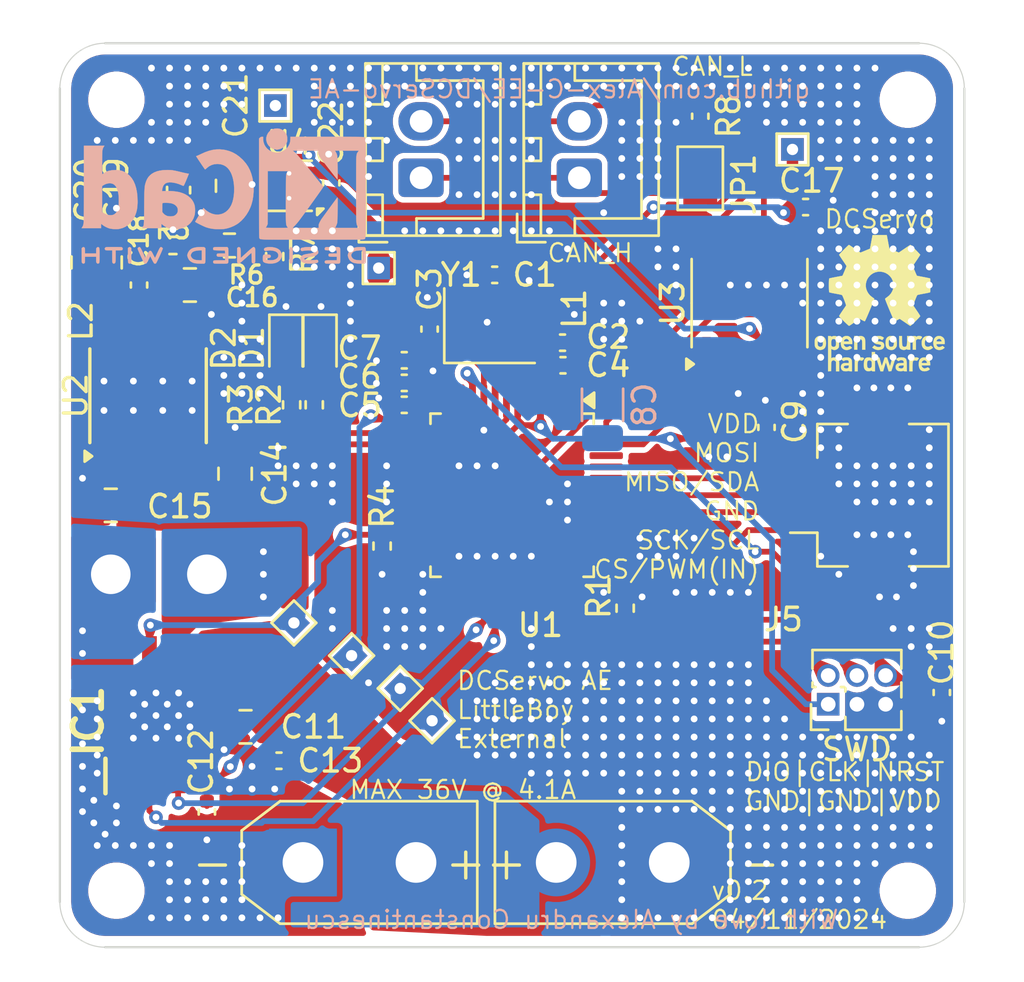
<source format=kicad_pcb>
(kicad_pcb (version 20240108) (generator "pcbnew") (generator_version "8.0")
  (layers (0 "F.Cu" signal "Front") (1 "In1.Cu" signal) (2 "In2.Cu" signal) (31 "B.Cu" signal "Back") (34 "B.Paste" user) (35 "F.Paste" user) (36 "B.SilkS" user "B.Silkscreen") (37 "F.SilkS" user "F.Silkscreen") (38 "B.Mask" user) (39 "F.Mask" user) (44 "Edge.Cuts" user))
  (net 0 "")
  (net 1 "Net-(U1-PF0)")
  (net 2 "GND")
  (net 3 "+3.3VA")
  (net 4 "Net-(U1-PF1)")
  (net 5 "+3V3")
  (net 6 "NRST")
  (net 7 "+12V")
  (net 8 "Net-(U2-VCC)")
  (net 9 "Net-(U2-SW)")
  (net 10 "Net-(U2-BOOT)")
  (net 11 "+5V")
  (net 12 "Net-(D1-Pad2)")
  (net 13 "Net-(D2-Pad2)")
  (net 14 "Net-(IC1-OUT2)")
  (net 15 "DRV_IN2")
  (net 16 "ISEN")
  (net 17 "DRV_IN1")
  (net 18 "SWDIO")
  (net 19 "SWCLK")
  (net 20 "MAG_CS")
  (net 21 "MISO")
  (net 22 "MOSI")
  (net 23 "SCK")
  (net 24 "CAN_H")
  (net 25 "CAN_L")
  (net 26 "Net-(JP1-A)")
  (net 27 "Net-(U1-PA2)")
  (net 28 "Net-(U1-PA3)")
  (net 29 "Net-(U2-FB)")
  (net 30 "Net-(R6-Pad1)")
  (net 36 "RP_RX")
  (net 43 "RP_TX")
  (net 59 "CAN_SILENT")
  (net 62 " MOT_A")
  (footprint "TestPoint:TestPoint_THTPad_1.0x1.0mm_Drill0.5mm" (layer "F.Cu") (at 139.46 72.98 45)
    (property "Reference" "J6" (hide yes))
    (property "Value" "Conn_01x01")
  )
  (footprint "TestPoint:TestPoint_THTPad_1.0x1.0mm_Drill0.5mm" (layer "F.Cu") (at 135.9 70.1 135)
    (property "Reference" "J3" (hide yes))
    (property "Value" "Conn_01x01")
  )
  (footprint "Package_SO:Texas_HSOP-8-1EP_3.9x4.9mm_P1.27mm_ThermalVias" (layer "F.Cu") (at 126.9 58.6 90)
    (property "Reference" "U2")
    (property "Value" "LMR33630CDDA")
  )
  (footprint "Inductor_SMD:L_1008_2520Metric" (layer "F.Cu") (at 124.625 52.7 90)
    (property "Reference" "L2")
    (property "Value" "1.5 uH")
  )
  (footprint "Resistor_SMD:R_0402_1005Metric" (layer "F.Cu") (at 128.000001 51.949999 180)
    (property "Reference" "R5")
    (property "Value" "100k")
  )
  (footprint "Capacitor_SMD:C_0402_1005Metric" (layer "F.Cu") (at 145.23 56.25)
    (property "Reference" "C2")
    (property "Value" "100nF")
  )
  (footprint "Capacitor_SMD:C_0805_2012Metric" (layer "F.Cu") (at 131.210001 73.25)
    (property "Reference" "C11")
    (property "Value" "10uF, 50V")
  )
  (footprint "LED_SMD:LED_0603_1608Metric" (layer "F.Cu") (at 134.5 56.5 -90)
    (property "Reference" "D1")
    (property "Value" "LED")
  )
  (footprint "Connector_Wire:SolderWire-1sqmm_1x01_D1.4mm_OD2.7mm" (layer "F.Cu") (at 129.5 66.5)
    (property "Reference" "J11" (hide yes))
    (property "Value" "MOT_A")
  )
  (footprint "Resistor_SMD:R_0402_1005Metric" (layer "F.Cu") (at 132.5 52.44 90)
    (property "Reference" "R7")
    (property "Value" "900")
  )
  (footprint "Capacitor_SMD:C_0402_1005Metric" (layer "F.Cu") (at 138.229999 58.029998 180)
    (property "Reference" "C6")
    (property "Value" "100nF")
  )
  (footprint "Capacitor_SMD:C_0402_1005Metric" (layer "F.Cu") (at 132.690001 74.75)
    (property "Reference" "C13")
    (property "Value" "100nF, 50V")
  )
  (footprint "TestPoint:TestPoint_THTPad_1.0x1.0mm_Drill0.5mm" (layer "F.Cu") (at 138.05 71.55 45)
    (property "Reference" "J7" (hide yes))
    (property "Value" "Conn_01x01")
  )
  (footprint "MountingHole:MountingHole_2.2mm_M2" (layer "F.Cu") (at 160.5 45.5)
    (property "Reference" "H12" (hide yes))
    (property "Value" "MountingHole")
  )
  (footprint "TestPoint:TestPoint_THTPad_1.0x1.0mm_Drill0.5mm" (layer "F.Cu") (at 137.1 52.95 90)
    (property "Reference" "J1" (hide yes))
    (property "Value" "Conn_01x01")
  )
  (footprint "Capacitor_SMD:C_0805_2012Metric" (layer "F.Cu") (at 130.637497 49.309178 90)
    (property "Reference" "C21")
    (property "Value" "1uF, X7R")
  )
  (footprint "Crystal:Crystal_SMD_3225-4Pin_3.2x2.5mm" (layer "F.Cu") (at 142 55.5)
    (property "Reference" "Y1")
    (property "Value" "Crystal_GND24")
  )
  (footprint "Capacitor_SMD:C_0805_2012Metric" (layer "F.Cu") (at 125.25 63.449999 180)
    (property "Reference" "C15")
    (property "Value" "220nF, 50V")
  )
  (footprint "MountingHole:MountingHole_2.2mm_M2" (layer "F.Cu") (at 125.5 45.5)
    (property "Reference" "H3" (hide yes))
    (property "Value" "MountingHole")
  )
  (footprint "Capacitor_SMD:C_0402_1005Metric" (layer "F.Cu") (at 138.229997 57.029997 180)
    (property "Reference" "C7")
    (property "Value" "4.7uF")
  )
  (footprint "TestPoint:TestPoint_THTPad_1.0x1.0mm_Drill0.5mm" (layer "F.Cu") (at 155.4 47.7)
    (property "Reference" "J2" (hide yes))
    (property "Value" "Conn_01x01")
  )
  (footprint "Capacitor_SMD:C_0603_1608Metric" (layer "F.Cu") (at 126.749999 49.474999 -90)
    (property "Reference" "C20")
    (property "Value" "22uF, 6V")
  )
  (footprint "Package_SON:WSON-6-1EP_2x2mm_P0.65mm_EP1x1.6mm_ThermalVias" (layer "F.Cu") (at 133.137501 49.309177 180)
    (property "Reference" "U4")
    (property "Value" "TLV76733DRVx")
  )
  (footprint "Connector_AMASS:AMASS_XT30UPB-M_1x02_P5.0mm_Vertical" (layer "F.Cu") (at 149.95 79.25 180)
    (property "Reference" "J9" (hide yes))
    (property "Value" "Power_In")
  )
  (footprint "Package_SO:SOIC-8_3.9x4.9mm_P1.27mm" (layer "F.Cu") (at 153.5 54.5 90)
    (property "Reference" "U3")
    (property "Value" "TJA1051T-3")
  )
  (footprint "Capacitor_SMD:C_0603_1608Metric" (layer "F.Cu") (at 128.25 49.5 -90)
    (property "Reference" "C19")
    (property "Value" "22uF, 6V")
  )
  (footprint "KiCadLibrary:SOIC127P600X170-9N" (layer "F.Cu") (at 127.595001 72.712001 90)
    (property "Reference" "IC1")
    (property "Value" "DRV8251DDAR" (hide yes))
  )
  (footprint "TestPoint:TestPoint_THTPad_1.0x1.0mm_Drill0.5mm" (layer "F.Cu") (at 132.53 45.76 90)
    (property "Reference" "J12" (hide yes))
    (property "Value" "Conn_01x01")
  )
  (footprint "LED_SMD:LED_0603_1608Metric" (layer "F.Cu") (at 133 56.499997 -90)
    (property "Reference" "D2")
    (property "Value" "LED")
  )
  (footprint "Symbol:OSHW-Logo_5.7x6mm_SilkScreen" (layer "F.Cu") (at 159.25 54.5)
    (property "Reference" "REF**" (hide yes))
    (property "Value" "OSHW-Logo_5.7x6mm_SilkScreen" (hide yes))
  )
  (footprint "Connector_PinHeader_1.27mm:PinHeader_2x03_P1.27mm_Vertical" (layer "F.Cu") (at 156.979999 72.25 90)
    (property "Reference" "SWD")
    (property "Value" "Prog_IN")
  )
  (footprint "Connector_AMASS:AMASS_XT30UPB-M_1x02_P5.0mm_Vertical" (layer "F.Cu") (at 133.75 79.25)
    (property "Reference" "J8" (hide yes))
    (property "Value" "Power_In")
  )
  (footprint "Connector_JST:JST_XH_B2B-XH-A_1x02_P2.50mm_Vertical" (layer "F.Cu") (at 138.972499 48.955001 90)
    (property "Reference" "J13" (hide yes))
    (property "Value" "Control_In")
  )
  (footprint "Capacitor_SMD:C_0402_1005Metric" (layer "F.Cu") (at 138.23 59 180)
    (property "Reference" "C5")
    (property "Value" "100nF")
  )
  (footprint "Connector_Wire:SolderWire-1sqmm_1x01_D1.4mm_OD2.7mm" (layer "F.Cu") (at 125.25 66.5)
    (property "Reference" "J10" (hide yes))
    (property "Value" "MOT_B")
  )
  (footprint "Connector_JST:JST_XH_B2B-XH-A_1x02_P2.50mm_Vertical" (layer "F.Cu") (at 145.972498 48.955001 90)
    (property "Reference" "J14" (hide yes))
    (property "Value" "Control_In")
  )
  (footprint "Resistor_SMD:R_0402_1005Metric" (layer "F.Cu") (at 137.25 65.25 -90)
    (property "Reference" "R4")
    (property "Value" "15k")
  )
  (footprint "Capacitor_SMD:C_0402_1005Metric" (layer "F.Cu") (at 154.25 60 90)
    (property "Reference" "C9")
    (property "Value" "100nF")
  )
  (footprint "TestPoint:TestPoint_THTPad_1.0x1.0mm_Drill0.5mm" (layer "F.Cu") (at 133.35 68.65 45)
    (property "Reference" "J17" (hide yes))
    (property "Value" "Conn_01x01")
  )
  (footprint "MountingHole:MountingHole_2.2mm_M2" (layer "F.Cu") (at 160.5 80.5)
    (property "Reference" "H2" (hide yes))
    (property "Value" "MountingHole")
  )
  (footprint "Resistor_SMD:R_0402_1005Metric" (layer "F.Cu") (at 134.25 58.999998 90)
    (property "Reference" "R2")
    (property "Value" "430")
  )
  (footprint "Capacitor_SMD:C_0402_1005Metric" (layer "F.Cu") (at 134.999997 49.179179 90)
    (property "Reference" "C22")
    (property "Value" "2.2uF, X7R")
  )
  (footprint "Capacitor_SMD:C_0402_1005Metric" (layer "F.Cu") (at 145.25 57.25)
    (property "Reference" "C4")
    (property "Value" "1uF")
  )
  (footprint "Jumper:SolderJumper-2_P1.3mm_Open_Pad1.0x1.5mm" (layer "F.Cu") (at 151.322502 48.98 -90)
    (property "Reference" "JP1")
    (property "Value" "Jumper_2_Open")
  )
  (footprint "Capacitor_SMD:C_0402_1005Metric" (layer "F.Cu") (at 129.5 77.02 90)
    (property "Reference" "C12")
    (property "Value" "100nF, X7R")
  )
  (footprint "Capacitor_SMD:C_0402_1005Metric" (layer "F.Cu") (at 155.98 50.25)
    (property "Reference" "C17")
    (property "Value" "100nF")
  )
  (footprint "Inductor_SMD:L_0402_1005Metric" (layer "F.Cu") (at 144.75 54.734998 -90)
    (property "Reference" "L1")
    (property "Value" "27nH")
  )
  (footprint "Capacitor_SMD:C_0402_1005Metric" (layer "F.Cu") (at 151.322502 46.23 90)
    (property "Reference" "R8")
    (property "Value" "120")
  )
  (footprint "Capacitor_SMD:C_0402_1005Metric" (layer "F.Cu") (at 162.004999 71.73 90)
    (property "Reference" "C10")
    (property "Value" "100nF")
  )
  (footprint "Connector_FFC-FPC:Hirose_FH12-6S-0.5SH_1x06-1MP_P0.50mm_Horizontal" (layer "F.Cu") (at 157.8 63 90)
    (property "Reference" "J5")
    (property "Value" "Conn_01x06_MountingPin")
  )
  (footprint "Capacitor_SMD:C_0402_1005Metric" (layer "F.Cu") (at 126.5 53.700001 90)
    (property "Reference" "C18")
    (property "Value" "100nF, 6V")
  )
  (footprint "Resistor_SMD:R_0402_1005Metric" (layer "F.Cu") (at 148 68 90)
    (property "Reference" "R1")
    (property "Value" "10k")
  )
  (footprint "Package_QFP:LQFP-48_7x7mm_P0.5mm" (layer "F.Cu") (at 143 63 -90)
    (property "Reference" "U1")
    (property "Value" "STM32G0B1CBTx")
  )
  (footprint "Resistor_SMD:R_0402_1005Metric" (layer "F.Cu") (at 133.25 58.999998 90)
    (property "Reference" "R3")
    (property "Value" "430")
  )
  (footprint "Capacitor_SMD:C_0805_2012Metric" (layer "F.Cu") (at 130.75 62.05 90)
    (property "Reference" "C14")
    (property "Value" "10uF, 50V")
  )
  (footprint "Capacitor_SMD:C_0805_2012Metric" (layer "F.Cu") (at 128.75 53.7)
    (property "Reference" "C16")
    (property "Value" "1uF, 6V, X7R")
  )
  (footprint "MountingHole:MountingHole_2.2mm_M2" (layer "F.Cu") (at 125.5 80.5)
    (property "Reference" "H6" (hide yes))
    (property "Value" "MountingHole")
  )
  (footprint "Capacitor_SMD:C_0402_1005Metric" (layer "F.Cu") (at 142.23 53.25 180)
    (property "Reference" "C1")
    (property "Value" "TBC")
  )
  (footprint "Resistor_SMD:R_0603_1608Metric" (layer "F.Cu") (at 130.5 51.95 180)
    (property "Reference" "R6")
    (property "Value" "24k")
  )
  (footprint "Capacitor_SMD:C_0402_1005Metric" (layer "F.Cu") (at 139.35 55.65 90)
    (property "Reference" "C3")
    (property "Value" "TBC")
  )
  (footprint "Capacitor_SMD:C_1206_3216Metric" (layer "B.Cu") (at 147 59 90)
    (property "Reference" "C8")
    (property "Value" "100nF")
  )
  (footprint "Symbol:KiCad-Logo2_5mm_SilkScreen" (layer "B.Cu") (at 130.25 49.75 180)
    (property "Reference" "REF**" (hide yes))
    (property "Value" "KiCad-Logo2_5mm_SilkScreen" (hide yes))
  )
  (gr_line (start 125 83) (end 161 83) (stroke (width 0.1)) (layer "Edge.Cuts"))
  (gr_line (start 161 43) (end 125 43) (stroke (width 0.1)) (layer "Edge.Cuts"))
  (gr_arc (start 125 83) (mid 123.585786 82.414214) (end 123 81) (stroke (width 0.05)) (layer "Edge.Cuts"))
  (gr_arc (start 123 45) (mid 123.585786 43.585786) (end 125 43) (stroke (width 0.05)) (layer "Edge.Cuts"))
  (gr_arc (start 163 81) (mid 162.414214 82.414214) (end 161 83) (stroke (width 0.05)) (layer "Edge.Cuts"))
  (gr_arc (start 161 43) (mid 162.414214 43.585786) (end 163 45) (stroke (width 0.05)) (layer "Edge.Cuts"))
  (gr_line (start 163 45) (end 163 81) (stroke (width 0.1)) (layer "Edge.Cuts"))
  (gr_line (start 123 45) (end 123 81) (stroke (width 0.1)) (layer "Edge.Cuts"))
  (gr_text "github.com/Alex-C-EE/DCServo-AE" (at 156.25 45.5 0) (layer "B.SilkS") (effects (font (size 0.8 0.8) (thickness 0.1)) (justify left bottom mirror)))
  (gr_text "With love by Alexandru Constantinescu" (at 157.5 82.25 0) (layer "B.SilkS") (effects (font (size 0.8 0.8) (thickness 0.1)) (justify left bottom mirror)))
  (gr_text "DCServo" (at 156.75 51.25 0) (layer "F.SilkS") (effects (font (size 0.8 0.8) (thickness 0.1)) (justify left bottom)))
  (gr_text "CAN_H" (at 144.5 52.75 0) (layer "F.SilkS") (effects (font (size 0.8 0.8) (thickness 0.1)) (justify left bottom)))
  (gr_text "DCServo AE\nLittleBoy\nExternal" (at 140.5 74.25 0) (layer "F.SilkS") (effects (font (size 0.8 0.8) (thickness 0.1)) (justify left bottom)))
  (gr_text "MAX 36V @ 4.1A" (at 135.75 76.5 0) (layer "F.SilkS") (effects (font (size 0.8 0.8) (thickness 0.1)) (justify left bottom)))
  (gr_text "DIO|CLK|NRST\nGND|GND|VDD" (at 153.254999 77 0) (layer "F.SilkS") (effects (font (size 0.8 0.8) (thickness 0.1)) (justify left bottom)))
  (gr_text "CAN_L" (at 150 44.5 0) (layer "F.SilkS") (effects (font (size 0.8 0.8) (thickness 0.1)) (justify left bottom)))
  (gr_text "VDD\nMOSI\nMISO/SDA\nGND\nSCK/SCL\nCS/PWM(IN)" (at 154 66.75 0) (layer "F.SilkS") (effects (font (size 0.8 0.8) (thickness 0.1)) (justify right bottom)))
  (gr_text "v0.2\n04/11/2024" (at 151.75 82.25 0) (layer "F.SilkS") (effects (font (size 0.8 0.8) (thickness 0.1)) (justify left bottom)))
  (segment (start 142.25 57.75) (end 142.25 58.8375) (width 0.254) (layer "F.Cu") (net 1))
  (segment (start 143.1 54.9) (end 142.71 54.51) (width 0.254) (layer "F.Cu") (net 1))
  (segment (start 144.100001 55.100001) (end 143.9 54.9) (width 0.2) (layer "F.Cu") (net 1))
  (segment (start 144.100001 57.249999) (end 144.100001 55.100001) (width 0.2) (layer "F.Cu") (net 1))
  (segment (start 143.9 54.9) (end 143.1 54.9) (width 0.254) (layer "F.Cu") (net 1))
  (segment (start 142.723001 57.276999) (end 142.25 57.75) (width 0.254) (layer "F.Cu") (net 1))
  (segment (start 143.75 57.276999) (end 142.723001 57.276999) (width 0.254) (layer "F.Cu") (net 1))
  (segment (start 143.75 57.276999) (end 144.073001 57.276999) (width 0.2) (layer "F.Cu") (net 1))
  (segment (start 142.71 54.51) (end 142.71 53.5) (width 0.254) (layer "F.Cu") (net 1))
  (segment (start 144.073001 57.276999) (end 144.100001 57.249999) (width 0.2) (layer "F.Cu") (net 1))
  (segment (start 142.75 58.8375) (end 142.75 59.645592) (width 0.254) (layer "F.Cu") (net 2))
  (segment (start 160.02 72.250001) (end 161.714998 72.250001) (width 0.254) (layer "F.Cu") (net 2))
  (segment (start 131.375 75.125) (end 131.5 75) (width 0.254) (layer "F.Cu") (net 2))
  (segment (start 131.5 75) (end 131.75 74.75) (width 0.254) (layer "F.Cu") (net 2))
  (segment (start 145.73 56.27) (end 145.71 56.25) (width 0.254) (layer "F.Cu") (net 2))
  (segment (start 125.690002 76.559998) (end 125.5 76.75) (width 0.254) (layer "F.Cu") (net 2))
  (segment (start 141.198888 54.650001) (end 140.899999 54.650001) (width 0.254) (layer "F.Cu") (net 2))
  (segment (start 145.73 57.25) (end 145.73 56.27) (width 0.254) (layer "F.Cu") (net 2))
  (segment (start 132.25 49.309178) (end 132.587502 49.309178) (width 0.254) (layer "F.Cu") (net 2))
  (segment (start 141.895683 55.346796) (end 141.198888 54.650001) (width 0.254) (layer "F.Cu") (net 2))
  (segment (start 125.05 61.355001) (end 124.994999 61.3) (width 0.508) (layer "F.Cu") (net 2))
  (segment (start 134.025 48.659176) (end 134.959995 48.659177) (width 0.254) (layer "F.Cu") (net 2))
  (segment (start 141.895683 55.346796) (end 142.898886 56.349999) (width 0.254) (layer "F.Cu") (net 2))
  (segment (start 130.260001 74.260001) (end 130.260001 73.25) (width 0.254) (layer "F.Cu") (net 2))
  (segment (start 142.75 59.645592) (end 142.272592 60.123) (width 0.254) (layer "F.Cu") (net 2))
  (segment (start 130.75 51.25) (end 130.913822 51.086178) (width 0.254) (layer "F.Cu") (net 2))
  (segment (start 130.913822 51.086178) (end 131.5 51.086178) (width 0.254) (layer "F.Cu") (net 2))
  (segment (start 131.663822 51.086178) (end 131.75 51) (width 0.254) (layer "F.Cu") (net 2))
  (segment (start 142.272592 60.123) (end 141.75 60.123) (width 0.254) (layer "F.Cu") (net 2))
  (segment (start 132.587502 49.309178) (end 133.137498 48.759178) (width 0.254) (layer "F.Cu") (net 2))
  (segment (start 141.75 53.25) (end 141 53.25) (width 0.254) (layer "F.Cu") (net 2))
  (segment (start 124.995 59.295002) (end 124.949999 59.25) (width 0.508) (layer "F.Cu") (net 2))
  (segment (start 124.994999 61.3) (end 124.995 59.295002) (width 0.508) (layer "F.Cu") (net 2))
  (segment (start 132.587502 49.309178) (end 133.137499 49.859177) (width 0.254) (layer "F.Cu") (net 2))
  (segment (start 142.898886 56.349999) (end 143.100001 56.349999) (width 0.254) (layer "F.Cu") (net 2))
  (segment (start 139.35 54.35) (end 139.25 54.25) (width 0.254) (layer "F.Cu") (net 2))
  (segment (start 145.71 56.25) (end 145.71 55.04) (width 0.254) (layer "F.Cu") (net 2))
  (segment (start 134.999998 48.699179) (end 134.999997 48.021677) (width 0.254) (layer "F.Cu") (net 2))
  (segment (start 139.35 55.17) (end 139.35 54.35) (width 0.254) (layer "F.Cu") (net 2))
  (segment (start 131.75 74.75) (end 132.210001 74.75) (width 0.254) (layer "F.Cu") (net 2))
  (segment (start 125.690002 75.424002) (end 125.690002 76.559998) (width 0.254) (layer "F.Cu") (net 2))
  (segment (start 145.71 55.04) (end 145.75 55) (width 0.254) (layer "F.Cu") (net 2))
  (segment (start 155.949998 63.249999) (end 156.999999 63.249999) (width 0.254) (layer "F.Cu") (net 2))
  (segment (start 132.25 49.309178) (end 133.137501 49.309177) (width 0.254) (layer "F.Cu") (net 2))
  (via (at 161.45 60.9) (size 0.6) (drill 0.3) (layers "F.Cu" "B.Cu") (net 2))
  (via (at 159.85 76.9) (size 0.6) (drill 0.3) (layers "F.Cu" "B.Cu") (net 2))
  (via (at 147.05 56.1) (size 0.6) (drill 0.3) (layers "F.Cu" "B.Cu") (net 2))
  (via (at 145.45 70.5) (size 0.6) (drill 0.3) (layers "F.Cu" "B.Cu") (net 2))
  (via (at 161.45 56.1) (size 0.6) (drill 0.3) (layers "F.Cu" "B.Cu") (net 2))
  (via (at 154.25 74.5) (size 0.6) (drill 0.3) (layers "F.Cu" "B.Cu") (net 2))
  (via (at 128.75 72.25) (size 0.6) (drill 0.3) (layers "F.Cu" "B.Cu") (net 2))
  (via (at 131.05 56.9) (size 0.6) (drill 0.3) (layers "F.Cu" "B.Cu") (net 2))
  (via (at 124 74) (size 0.6) (drill 0.3) (layers "F.Cu" "B.Cu") (net 2))
  (via (at 147.85 56.1) (size 0.6) (drill 0.3) (layers "F.Cu" "B.Cu") (net 2))
  (via (at 125 78) (size 0.6) (drill 0.3) (layers "F.Cu" "B.Cu") (net 2))
  (via (at 159.05 63.3) (size 0.6) (drill 0.3) (layers "F.Cu" "B.Cu") (net 2))
  (via (at 134.25 52.1) (size 0.6) (drill 0.3) (layers "F.Cu" "B.Cu") (net 2))
  (via (at 140.65 44.1) (size 0.6) (drill 0.3) (layers "F.Cu" "B.Cu") (net 2))
  (via (at 146.25 75.3) (size 0.6) (drill 0.3) (layers "F.Cu" "B.Cu") (net 2))
  (via (at 151.05 76.1) (size 0.6) (drill 0.3) (layers "F.Cu" "B.Cu") (net 2))
  (via (at 148.65 47.3) (size 0.6) (drill 0.3) (layers "F.Cu" "B.Cu") (net 2))
  (via (at 146.25 71.3) (size 0.6) (drill 0.3) (layers "F.Cu" "B.Cu") (net 2))
  (via (at 145.45 72.9) (size 0.6) (drill 0.3) (layers "F.Cu" "B.Cu") (net 2))
  (via (at 153.45 45.7) (size 0.6) (drill 0.3) (layers "F.Cu" "B.Cu") (net 2))
  (via (at 127.85 79.3) (size 0.6) (drill 0.3) (layers "F.Cu" "B.Cu") (net 2))
  (via (at 140.65 61.7) (size 0.6) (drill 0.3) (layers "F.Cu" "B.Cu") (net 2))
  (via (at 145.45 44.9) (size 0.6) (drill 0.3) (layers "F.Cu" "B.Cu") (net 2))
  (via (at 149.45 46.5) (size 0.6) (drill 0.3) (layers "F.Cu" "B.Cu") (net 2))
  (via (at 152.65 44.9) (size 0.6) (drill 0.3) (layers "F.Cu" "B.Cu") (net 2))
  (via (at 157.45 45.7) (size 0.6) (drill 0.3) (layers "F.Cu" "B.Cu") (net 2))
  (via (at 160.65 48.1) (size 0.6) (drill 0.3) (layers "F.Cu" "B.Cu") (net 2))
  (via (at 147.85 74.5) (size 0.6) (drill 0.3) (layers "F.Cu" "B.Cu") (net 2))
  (via (at 144.65 73.7) (size 0.6) (drill 0.3) (layers "F.Cu" "B.Cu") (net 2))
  (via (at 144.65 75.3) (size 0.6) (drill 0.3) (layers "F.Cu" "B.Cu") (net 2))
  (via (at 156.65 65.7) (size 0.6) (drill 0.3) (layers "F.Cu" "B.Cu") (net 2))
  (via (at 125.5 50.3) (size 0.6) (drill 0.3) (layers "F.Cu" "B.Cu") (net 2))
  (via (at 143.05 44.9) (size 0.6) (drill 0.3) (layers "F.Cu" "B.Cu") (net 2))
  (via (at 160.65 68.9) (size 0.6) (drill 0.3) (layers "F.Cu" "B.Cu") (net 2))
  (via (at 159.05 74.5) (size 0.6) (drill 0.3) (layers "F.Cu" "B.Cu") (net 2))
  (via (at 150.25 74.5) (size 0.6) (drill 0.3) (layers "F.Cu" "B.Cu") (net 2))
  (via (at 135.85 52.9) (size 0.6) (drill 0.3) (layers "F.Cu" "B.Cu") (net 2))
  (via (at 143.85 51.3) (size 0.6) (drill 0.3) (layers "F.Cu" "B.Cu") (net 2))
  (via (at 145.45 71.3) (size 0.6) (drill 0.3) (layers "F.Cu" "B.Cu") (net 2))
  (via (at 144.65 71.3) (size 0.6) (drill 0.3) (layers "F.Cu" "B.Cu") (net 2))
  (via (at 131.05 55.3) (size 0.6) (drill 0.3) (layers "F.Cu" "B.Cu") (net 2))
  (via (at 151.85 76.9) (size 0.6) (drill 0.3) (layers "F.Cu" "B.Cu") (net 2))
  (via (at 155.85 44.1) (size 0.6) (drill 0.3) (layers "F.Cu" "B.Cu") (net 2))
  (via (at 129.45 45.7) (size 0.6) (drill 0.3) (layers "F.Cu" "B.Cu") (net 2))
  (via (at 141.45 72.9) (size 0.6) (drill 0.3) (layers "F.Cu" "B.Cu") (net 2))
  (via (at 153.45 73.7) (size 0.6) (drill 0.3) (layers "F.Cu" "B.Cu") (net 2))
  (via (at 158.25 78.5) (size 0.6) (drill 0.3) (layers "F.Cu" "B.Cu") (net 2))
  (via (at 137.45 44.9) (size 0.6) (drill 0.3) (layers "F.Cu" "B.Cu") (net 2))
  (via (at 152.65 67.3) (size 0.6) (drill 0.3) (layers "F.Cu" "B.Cu") (net 2))
  (via (at 154.25 77.7) (size 0.6) (drill 0.3) (layers "F.Cu" "B.Cu") (net 2))
  (via (at 161.45 77.7) (size 0.6) (drill 0.3) (layers "F.Cu" "B.Cu") (net 2))
  (via (at 148.65 72.9) (size 0.6) (drill 0.3) (layers "F.Cu" "B.Cu") (net 2))
  (via (at 143.85 72.1) (size 0.6) (drill 0.3) (layers "F.Cu" "B.Cu") (net 2))
  (via (at 141.895683 55.346796) (size 0.6) (drill 0.3) (layers "F.Cu" "B.Cu") (net 2))
  (via (at 156.65 51.3) (size 0.6) (drill 0.3) (layers "F.Cu" "B.Cu") (net 2))
  (via (at 149.45 48.9) (size 0.6) (drill 0.3) (layers "F.Cu" "B.Cu") (net 2))
  (via (at 153.45 78.5) (size 0.6) (drill 0.3) (layers "F.Cu" "B.Cu") (net 2))
  (via (at 134.25 61.7) (size 0.6) (drill 0.3) (layers "F.Cu" "B.Cu") (net 2))
  (via (at 160.65 74.5) (size 0.6) (drill 0.3) (layers "F.Cu" "B.Cu") (net 2))
  (via (at 151.05 44.1) (size 0.6) (drill 0.3) (layers "F.Cu" "B.Cu") (net 2))
  (via (at 160.65 51.3) (size 0.6) (drill 0.3) (layers "F.Cu" "B.Cu") (net 2))
  (via (at 159.05 47.3) (size 0.6) (drill 0.3) (layers "F.Cu" "B.Cu") (net 2))
  (via (at 143.85 47.3) (size 0.6) (drill 0.3) (layers "F.Cu" "B.Cu") (net 2))
  (via (at 159.85 48.9) (size 0.6) (drill 0.3) (layers "F.Cu" "B.Cu") (net 2))
  (via (at 143.05 45.7) (size 0.6) (drill 0.3) (layers "F.Cu" "B.Cu") (net 2))
  (via (at 134.25 45.7) (size 0.6) (drill 0.3) (layers "F.Cu" "B.Cu") (net 2))
  (via (at 143.85 70.5) (size 0.6) (drill 0.3) (layers "F.Cu" "B.Cu") (net 2))
  (via (at 160.65 63.3) (size 0.6) (drill 0.3) (layers "F.Cu" "B.Cu") (net 2))
  (via (at 158.25 76.1) (size 0.6) (drill 0.3) (layers "F.Cu" "B.Cu") (net 2))
  (via (at 150.25 46.5) (size 0.6) (drill 0.3) (layers "F.Cu" "B.Cu") (net 2))
  (via (at 161.45 60.1) (size 0.6) (drill 0.3) (layers "F.Cu" "B.Cu") (net 2))
  (via (at 128 51.25) (size 0.6) (drill 0.3) (layers "F.Cu" "B.Cu") (net 2))
  (via (at 141.45 51.3) (size 0.6) (drill 0.3) (layers "F.Cu" "B.Cu") (net 2))
  (via (at 157.45 66.5) (size 0.6) (drill 0.3) (layers "F.Cu" "B.Cu") (net 2))
  (via (at 130.25 81.7) (size 0.6) (drill 0.3) (layers "F.Cu" "B.Cu") (net 2))
  (via (at 142.25 61.7) (size 0.6) (drill 0.3) (layers "F.Cu" "B.Cu") (net 2))
  (via (at 157.45 60.9) (size 0.6) (drill 0.3) (layers "F.Cu" "B.Cu") (net 2))
  (via (at 159.05 61.7) (size 0.6) (drill 0.3) (layers "F.Cu" "B.Cu") (net 2))
  (via (at 160 67.5) (size 0.6) (drill 0.3) (layers "F.Cu" "B.Cu") (net 2))
  (via (at 147.05 44.1) (size 0.6) (drill 0.3) (layers "F.Cu" "B.Cu") (net 2))
  (via (at 149.45 72.1) (size 0.6) (drill 0.3) (layers "F.Cu" "B.Cu") (net 2))
  (via (at 143.85 73.7) (size 0.6) (drill 0.3) (layers "F.Cu" "B.Cu") (net 2))
  (via (at 143.85 48.1) (size 0.6) (drill 0.3) (layers "F.Cu" "B.Cu") (net 2))
  (via (at 158.25 55.3) (size 0.6) (drill 0.3) (layers "F.Cu" "B.Cu") (net 2))
  (via (at 131.05 81.7) (size 0.6) (drill 0.3) (layers "F.Cu" "B.Cu") (net 2))
  (via (at 151.85 74.5) (size 0.6) (drill 0.3) (layers "F.Cu" "B.Cu") (net 2))
  (via (at 158.25 47.3) (size 0.6) (drill 0.3) (layers "F.Cu" "B.Cu") (net 2))
  (via (at 153.45 71.3) (size 0.6) (drill 0.3) (layers "F.Cu" "B.Cu") (net 2))
  (via (at 161.45 54.5) (size 0.6) (drill 0.3) (layers "F.Cu" "B.Cu") (net 2))
  (via (at 147.85 54.5) (size 0.6) (drill 0.3) (layers "F.Cu" "B.Cu") (net 2))
  (via (at 159.05 55.3) (size 0.6) (drill 0.3) (layers "F.Cu" "B.Cu") (net 2))
  (via (at 136.65 48.9) (size 0.6) (drill 0.3) (layers "F.Cu" "B.Cu") (net 2))
  (via (at 150.25 73.7) (size 0.6) (drill 0.3) (layers "F.Cu" "B.Cu") (net 2))
  (via (at 137.45 63.3) (size 0.6) (drill 0.3) (layers "F.Cu" "B.Cu") (net 2))
  (via (at 151.85 71.3) (size 0.6) (drill 0.3) (layers "F.Cu" "B.Cu") (net 2))
  (via (at 148.65 44.1) (size 0.6) (drill 0.3) (layers "F.Cu" "B.Cu") (net 2))
  (via (at 152.65 76.1) (size 0.6) (drill 0.3) (layers "F.Cu" "B.Cu") (net 2))
  (via (at 158.25 75.3) (size 0.6) (drill 0.3) (layers "F.Cu" "B.Cu") (net 2))
  (via (at 143.85 69.7) (size 0.6) (drill 0.3) (layers "F.Cu" "B.Cu") (net 2))
  (via (at 139.85 44.1) (size 0.6) (drill 0.3) (layers "F.Cu" "B.Cu") (net 2))
  (via (at 127.85 45.7) (size 0.6) (drill 0.3) (layers "F.Cu" "B.Cu") (net 2))
  (via (at 149.45 72.9) (size 0.6) (drill 0.3) (layers "F.Cu" "B.Cu") (net 2))
  (via (at 162.004999 73) (size 0.6) (drill 0.3) (layers "F.Cu" "B.Cu") (net 2))
  (via (at 131.05 80.9) (size 0.6) (drill 0.3) (layers "F.Cu" "B.Cu") (net 2))
  (via (at 151.05 71.3) (size 0.6) (drill 0.3) (layers "F.Cu" "B.Cu") (net 2))
  (via (at 142.25 44.9) (size 0.6) (drill 0.3) (layers "F.Cu" "B.Cu") (net 2))
  (via (at 127.05 81.7) (size 0.6) (drill 0.3) (layers "F.Cu" "B.Cu") (net 2))
  (via (at 159.05 77.7) (size 0.6) (drill 0.3) (layers "F.Cu" "B.Cu") (net 2))
  (via (at 141.45 48.1) (size 0.6) (drill 0.3) (layers "F.Cu" "B.Cu") (net 2))
  (via (at 126.25 73.75) (size 0.6) (drill 0.3) (layers "F.Cu" "B.Cu") (net 2))
  (via (at 161.45 62.5) (size 0.6) (drill 0.3) (layers "F.Cu" "B.Cu") (net 2))
  (via (at 144.65 72.1) (size 0.6) (drill 0.3) (layers "F.Cu" "B.Cu") (net 2))
  (via (at 156.65 56.9) (size 0.6) (drill 0.3) (layers "F.Cu" "B.Cu") (net 2))
  (via (at 160.65 76.9) (size 0.6) (drill 0.3) (layers "F.Cu" "B.Cu") (net 2))
  (via (at 145.45 62.5) (size 0.6) (drill 0.3) (layers "F.Cu" "B.Cu") (net 2))
  (via (at 159.05 78.5) (size 0.6) (drill 0.3) (layers "F.Cu" "B.Cu") (net 2))
  (via (at 155.05 79.3) (size 0.6) (drill 0.3) (layers "F.Cu" "B.Cu") (net 2))
  (via (at 143.85 45.7) (size 0.6) (drill 0.3) (layers "F.Cu" "B.Cu") (net 2))
  (via (at 156.65 73.7) (size 0.6) (drill 0.3) (layers "F.Cu" "B.Cu") (net 2))
  (via (at 141.45 74.5) (size 0.6) (drill 0.3) (layers "F.Cu" "B.Cu") (net 2))
  (via (at 139.85 44.9) (size 0.6) (drill 0.3) (layers "F.Cu" "B.Cu") (net 2))
  (via (at 159.25 67.5) (size 0.6) (drill 0.3) (layers "F.Cu" "B.Cu") (net 2))
  (via (at 143.05 65.7) (size 0.6) (drill 0.3) (layers "F.Cu" "B.Cu") (net 2))
  (via (at 149.45 65.7) (size 0.6) (drill 0.3) (layers "F.Cu" "B.Cu") (net 2))
  (via (at 159.75 64.75) (size 0.6) (drill 0.3) (layers "F.Cu" "B.Cu") (net 2))
  (via (at 135.85 54.5) (size 0.6) (drill 0.3) (layers "F.Cu" "B.Cu") (net 2))
  (via (at 143.85 74.5) (size 0.6) (drill 0.3) (layers "F.Cu" "B.Cu") (net 2))
  (via (at 157.45 78.5) (size 0.6) (drill 0.3) (layers "F.Cu" "B.Cu") (net 2))
  (via (at 159.85 75.3) (size 0.6) (drill 0.3) (layers "F.Cu" "B.Cu") (net 2))
  (via (at 151.85 81.7) (size 0.6) (drill 0.3) (layers "F.Cu" "B.Cu") (net 2))
  (via (at 158.25 79.3) (size 0.6) (drill 0.3) (layers "F.Cu" "B.Cu") (net 2))
  (via (at 137.45 45.7) (size 0.6) (drill 0.3) (layers "F.Cu" "B.Cu") (net 2))
  (via (at 144.65 72.9) (size 0.6) (drill 0.3) (layers "F.Cu" "B.Cu") (net 2))
  (via (at 128.65 44.1) (size 0.6) (drill 0.3) (layers "F.Cu" "B.Cu") (net 2))
  (via (at 157.45 74.5) (size 0.6) (drill 0.3) (layers "F.Cu" "B.Cu") (net 2))
  (via (at 131.85 58.5) (size 0.6) (drill 0.3) (layers "F.Cu" "B.Cu") (net 2))
  (via (at 154.25 73.7) (size 0.6) (drill 0.3) (layers "F.Cu" "B.Cu") (net 2))
  (via (at 147.05 50.5) (size 0.6) (drill 0.3) (layers "F.Cu" "B.Cu") (net 2))
  (via (at 153.45 77.7) (size 0.6) (drill 0.3) (layers "F.Cu" "B.Cu") (net 2))
  (via (at 125.45 78.5) (size 0.6) (drill 0.3) (layers "F.Cu" "B.Cu") (net 2))
  (via (at 160.65 77.7) (size 0.6) (drill 0.3) (layers "F.Cu" "B.Cu") (net 2))
  (via (at 139.5 57.5) (size 0.6) (drill 0.3) (layers "F.Cu" "B.Cu") (net 2))
  (via (at 158.25 52.1) (size 0.6) (drill 0.3) (layers "F.Cu" "B.Cu") (net 2))
  (via (at 147.85 70.5) (size 0.6) (drill 0.3) (layers "F.Cu" "B.Cu") (net 2))
  (via (at 134.25 51.3) (size 0.6) (drill 0.3) (layers "F.Cu" "B.Cu") (net 2))
  (via (at 156.65 80.9) (size 0.6) (drill 0.3) (layers "F.Cu" "B.Cu") (net 2))
  (via (at 156.65 76.1) (size 0.6) (drill 0.3) (layers "F.Cu" "B.Cu") (net 2))
  (via (at 156.65 59.3) (size 0.6) (drill 0.3) (layers "F.Cu" "B.Cu") (net 2))
  (via (at 143.05 51.3) (size 0.6) (drill 0.3) (layers "F.Cu" "B.Cu") (net 2))
  (via (at 131.85 56.9) (size 0.6) (drill 0.3) (layers "F.Cu" "B.Cu") (net 2))
  (via (at 127.05 46.5) (size 0.6) (drill 0.3) (layers "F.Cu" "B.Cu") (net 2))
  (via (at 148.65 48.1) (size 0.6) (drill 0.3) (layers "F.Cu" "B.Cu") (net 2))
  (via (at 147.05 55.3) (size 0.6) (drill 0.3) (layers "F.Cu" "B.Cu") (net 2))
  (via (at 129.45 80.1) (size 0.6) (drill 0.3) (layers "F.Cu" "B.Cu") (net 2))
  (via (at 151.05 72.1) (size 0.6) (drill 0.3) (layers "F.Cu" "B.Cu") (net 2))
  (via (at 136.65 44.1) (size 0.6) (drill 0.3) (layers "F.Cu" "B.Cu") (net 2))
  (via (at 139.85 68.9) (size 0.6) (drill 0.3) (layers "F.Cu" "B.Cu") (net 2))
  (via (at 161.45 48.1) (size 0.6) (drill 0.3) (layers "F.Cu" "B.Cu") (net 2))
  (via (at 150.25 53.7) (size 0.6) (drill 0.3) (layers "F.Cu" "B.Cu") (net 2))
  (via (at 156.65 45.7) (size 0.6) (drill 0.3) (layers "F.Cu" "B.Cu") (net 2))
  (via (at 147.85 55.3) (size 0.6) (drill 0.3) (layers "F.Cu" "B.Cu") (net 2))
  (via (at 160.65 48.9) (size 0.6) (drill 0.3) (layers "F.Cu" "B.Cu") (net 2))
  (via (at 151.05 67.3) (size 0.6) (drill 0.3) (layers "F.Cu" "B.Cu") (net 2))
  (via (at 155.85 75.3) (size 0.6) (drill 0.3) (layers "F.Cu" "B.Cu") (net 2))
  (via (at 159.85 78.5) (size 0.6) (drill 0.3) (layers "F.Cu" "B.Cu") (net 2))
  (via (at 135.05 46.5) (size 0.6) (drill 0.3) (layers "F.Cu" "B.Cu") (net 2))
  (via (at 155.85 53.7) (size 0.6) (drill 0.3) (layers "F.Cu" "B.Cu") (net 2))
  (via (at 144.65 44.1) (size 0.6) (drill 0.3) (layers "F.Cu" "B.Cu") (net 2))
  (via (at 158.25 62.5) (size 0.6) (drill 0.3) (layers "F.Cu" "B.Cu") (net 2))
  (via (at 150.25 72.9) (size 0.6) (drill 0.3) (layers "F.Cu" "B.Cu") (net 2))
  (via (at 156.65 58.5) (size 0.6) (drill 0.3) (layers "F.Cu" "B.Cu") (net 2))
  (via (at 147.85 46.5) (size 0.6) (drill 0.3) (layers "F.Cu" "B.Cu") (net 2))
  (via (at 158.25 48.1) (size 0.6) (drill 0.3) (layers "F.Cu" "B.Cu") (net 2))
  (via (at 135.05 52.9) (size 0.6) (drill 0.3) (layers "F.Cu" "B.Cu") (net 2))
  (via (at 153.45 76.9) (size 0.6) (drill 0.3) (layers "F.Cu" "B.Cu") (net 2))
  (via (at 143.05 73.7) (size 0.6) (drill 0.3) (layers "F.Cu" "B.Cu") (net 2))
  (via (at 142.25 51.3) (size 0.6) (drill 0.3) (layers "F.Cu" "B.Cu") (net 2))
  (via (at 149.45 52.1) (size 0.6) (drill 0.3) (layers "F.Cu" "B.Cu") (net 2))
  (via (at 150.25 44.1) (size 0.6) (drill 0.3) (layers "F.Cu" "B.Cu") (net 2))
  (via (at 155.05 74.5) (size 0.6) (drill 0.3) (layers "F.Cu" "B.Cu") (net 2))
  (via (at 130.5 76) (size 0.6) (drill 0.3) (layers "F.Cu" "B.Cu") (net 2))
  (via (at 134.887498 47.909178) (size 0.6) (drill 0.3) (layers "F.Cu" "B.Cu") (net 2))
  (via (at 127.85 47.3) (size 0.6) (drill 0.3) (layers "F.Cu" "B.Cu") (net 2))
  (via (at 141.45 72.1) (size 0.6) (drill 0.3) (layers "F.Cu" "B.Cu") (net 2))
  (via (at 142.25 65.7) (size 0.6) (drill 0.3) (layers "F.Cu" "B.Cu") (net 2))
  (via (at 155.05 46.5) (size 0.6) (drill 0.3) (layers "F.Cu" "B.Cu") (net 2))
  (via (at 129.25 50.5) (size 0.6) (drill 0.3) (layers "F.Cu" "B.Cu") (net 2))
  (via (at 151.05 64.9) (size 0.6) (drill 0.3) (layers "F.Cu" "B.Cu") (net 2))
  (via (at 155.05 72.9) (size 0.6) (drill 0.3) (layers "F.Cu" "B.Cu") (net 2))
  (via (at 127.85 44.9) (size 0.6) (drill 0.3) (layers "F.Cu" "B.Cu") (net 2))
  (via (at 159.05 44.1) (size 0.6) (drill 0.3) (layers "F.Cu" "B.Cu") (net 2))
  (via (at 151.05 70.5) (size 0.6) (drill 0.3) (layers "F.Cu" "B.Cu") (net 2))
  (via (at 155.05 80.9) (size 0.6) (drill 0.3) (layers "F.Cu" "B.Cu") (net 2))
  (via (at 159.85 48.1) (size 0.6) (drill 0.3) (layers "F.Cu" "B.Cu") (net 2))
  (via (at 131.05 44.1) (size 0.6) (drill 0.3) (layers "F.Cu" "B.Cu") (net 2))
  (via (at 151.05 75.3) (size 0.6) (drill 0.3) (layers "F.Cu" "B.Cu") (net 2))
  (via (at 148.65 74.5) (size 0.6) (drill 0.3) (layers "F.Cu" "B.Cu") (net 2))
  (via (at 129.45 81.7) (size 0.6) (drill 0.3) (layers "F.Cu" "B.Cu") (net 2))
  (via (at 159.05 62.5) (size 0.6) (drill 0.3) (layers "F.Cu" "B.Cu") (net 2))
  (via (at 159.85 62.5) (size 0.6) (drill 0.3) (layers "F.Cu" "B.Cu") (net 2))
  (via (at 152.65 77.7) (size 0.6) (drill 0.3) (layers "F.Cu" "B.Cu") (net 2))
  (via (at 132.65 44.1) (size 0.6) (drill 0.3) (layers "F.Cu" "B.Cu") (net 2))
  (via (at 124.65 73.7) (size 0.6) (drill 0.3) (layers "F.Cu" "B.Cu") (net 2))
  (via (at 140.65 44.9) (size 0.6) (drill 0.3) (layers "F.Cu" "B.Cu") (net 2))
  (via (at 131.05 53.7) (size 0.6) (drill 0.3) (layers "F.Cu" "B.Cu") (net 2))
  (via (at 144.65 70.5) (size 0.6) (drill 0.3) (layers "F.Cu" "B.Cu") (net 2))
  (via (at 127.05 79.3) (size 0.6) (drill 0.3) (layers "F.Cu" "B.Cu") (net 2))
  (via (at 159 58.25) (size 0.6) (drill 0.3) (layers "F.Cu" "B.Cu") (net 2))
  (via (at 160.75 67) (size 0.6) (drill 0.3) (layers "F.Cu" "B.Cu") (net 2))
  (via (at 161.45 78.5) (size 0.6) (drill 0.3) (layers "F.Cu" "B.Cu") (net 2))
  (via (at 141.45 47.3) (size 0.6) (drill 0.3) (layers "F.Cu" "B.Cu") (net 2))
  (via (at 155.05 76.9) (size 0.6) (drill 0.3) (layers "F.Cu" "B.Cu") (net 2))
  (via (at 140.65 49.7) (size 0.6) (drill 0.3) (layers "F.Cu" "B.Cu") (net 2))
  (via (at 130.25 80.1) (size 0.6) (drill 0.3) (layers "F.Cu" "B.Cu") (net 2))
  (via (at 147.05 73.7) (size 0.6) (drill 0.3) (layers "F.Cu" "B.Cu") (net 2))
  (via (at 133.45 52.1) (size 0.6) (drill 0.3) (layers "F.Cu" "B.Cu") (net 2))
  (via (at 143.85 72.9) (size 0.6) (drill 0.3) (layers "F.Cu" "B.Cu") (net 2))
  (via (at 149.45 44.9) (size 0.6) (drill 0.3) (layers "F.Cu" "B.Cu") (net 2))
  (via (at 138.25 68.9) (size 0.6) (drill 0.3) (layers "F.Cu" "B.Cu") (net 2))
  (via (at 160.65 75.3) (size 0.6) (drill 0.3) (layers "F.Cu" "B.Cu") (net 2))
  (via (at 156.65 48.1) (size 0.6) (drill 0.3) (layers "F.Cu" "B.Cu") (net 2))
  (via (at 130.25 80.9) (size 0.6) (drill 0.3) (layers "F.Cu" "B.Cu") (net 2))
  (via (at 155.85 78.5) (size 0.6) (drill 0.3) (layers "F.Cu" "B.Cu") (net 2))
  (via (at 147.85 80.1) (size 0.6) (drill 0.3) (layers "F.Cu" "B.Cu") (net 2))
  (via (at 147.85 77.7) (size 0.6) (drill 0.3) (layers "F.Cu" "B.Cu") (net 2))
  (via (at 131.05 56.1) (size 0.6) (drill 0.3) (layers "F.Cu" "B.Cu") (net 2))
  (via (at 143.85 49.7) (size 0.6) (drill 0.3) (layers "F.Cu" "B.Cu") (net 2))
  (via (at 126.25 78.5) (size 0.6) (drill 0.3) (layers "F.Cu" "B.Cu") (net 2))
  (via (at 137.45 68.9) (size 0.6) (drill 0.3) (layers "F.Cu" "B.Cu") (net 2))
  (via (at 159.85 56.9) (size 0.6) (drill 0.3) (layers "F.Cu" "B.Cu") (net 2))
  (via (at 158.25 44.1) (size 0.6) (drill 0.3) (layers "F.Cu" "B.Cu") (net 2))
  (via (at 148.65 44.9) (size 0.6) (drill 0.3) (layers "F.Cu" "B.Cu") (net 2))
  (via (at 131.05 79.3) (size 0.6) (drill 0.3) (layers "F.Cu" "B.Cu") (net 2))
  (via (at 159.05 81.7) (size 0.6) (drill 0.3) (layers "F.Cu" "B.Cu") (net 2))
  (via (at 132.65 81.7) (size 0.6) (drill 0.3) (layers "F.Cu" "B.Cu") (net 2))
  (via (at 131.85 57.7) (size 0.6) (drill 0.3) (layers "F.Cu" "B.Cu") (net 2))
  (via (at 159.85 73.7) (size 0.6) (drill 0.3) (layers "F.Cu" "B.Cu") (net 2))
  (via (at 155.85 81.7) (size 0.6) (drill 0.3) (layers "F.Cu" "B.Cu") (net 2))
  (via (at 151.05 74.5) (size 0.6) (drill 0.3) (layers "F.Cu" "B.Cu") (net 2))
  (via (at 153.45 74.5) (size 0.6) (drill 0.3) (layers "F.Cu" "B.Cu") (net 2))
  (via (at 160.65 56.1) (size 0.6) (drill 0.3) (layers "F.Cu" "B.Cu") (net 2))
  (via (at 150.25 81.7) (size 0.6) (drill 0.3) (layers "F.Cu" "B.Cu") (net 2))
  (via (at 152.65 78.5) (size 0.6) (drill 0.3) (layers "F.Cu" "B.Cu") (net 2))
  (via (at 139.05 67.3) (size 0.6) (drill 0.3) (layers "F.Cu" "B.Cu") (net 2))
  (via (at 159.05 50.5) (size 0.6) (drill 0.3) (layers "F.Cu" "B.Cu") (net 2))
  (via (at 151.05 73.7) (size 0.6) (drill 0.3) (layers "F.Cu" "B.Cu") (net 2))
  (via (at 154.25 72.9) (size 0.6) (drill 0.3) (layers "F.Cu" "B.Cu") (net 2))
  (via (at 131.05 57.7) (size 0.6) (drill 0.3) (layers "F.Cu" "B.Cu") (net 2))
  (via (at 142.25 73.7) (size 0.6) (drill 0.3) (layers "F.Cu" "B.Cu") (net 2))
  (via (at 138.25 69.7) (size 0.6) (drill 0.3) (layers "F.Cu" "B.Cu") (net 2))
  (via (at 131.85 81.7) (size 0.6) (drill 0.3) (layers "F.Cu" "B.Cu") (net 2))
  (via (at 130.260001 74.260001) (size 0.6) (drill 0.3) (layers "F.Cu" "B.Cu") (net 2))
  (via (at 128.25 73.75) (size 0.6) (drill 0.3) (layers "F.Cu" "B.Cu") (net 2))
  (via (at 127.85 81.7) (size 0.6) (drill 0.3) (layers "F.Cu" "B.Cu") (net 2))
  (via (at 159.05 76.1) (size 0.6) (drill 0.3) (layers "F.Cu" "B.Cu") (net 2))
  (via (at 156.65 75.3) (size 0.6) (drill 0.3) (layers "F.Cu" "B.Cu") (net 2))
  (via (at 159.85 50.5) (size 0.6) (drill 0.3) (layers "F.Cu" "B.Cu") (net 2))
  (via (at 133.45 62.5) (size 0.6) (drill 0.3) (layers "F.Cu" "B.Cu") (net 2))
  (via (at 139.25 54.25) (size 0.6) (drill 0.3) (layers "F.Cu" "B.Cu") (net 2))
  (via (at 149.45 70.5) (size 0.6) (drill 0.3) (layers "F.Cu" "B.Cu") (net 2))
  (via (at 148.65 76.1) (size 0.6) (drill 0.3) (layers "F.Cu" "B.Cu") (net 2))
  (via (at 130.75 60) (size 0.6) (drill 0.3) (layers "F.Cu" "B.Cu") (net 2))
  (via (at 139.05 51.3) (size 0.6) (drill 0.3) (layers "F.Cu" "B.Cu") (net 2))
  (via (at 139.05 44.9) (size 0.6) (drill 0.3) (layers "F.Cu" "B.Cu") (net 2))
  (via (at 148.65 76.9) (size 0.6) (drill 0.3) (layers "F.Cu" "B.Cu") (net 2))
  (via (at 152.65 81.7) (size 0.6) (drill 0.3) (layers "F.Cu" "B.Cu") (net 2))
  (via (at 140.65 65.7) (size 0.6) (drill 0.3) (layers "F.Cu" "B.Cu") (net 2))
  (via (at 157.45 60.1) (size 0.6) (drill 0.3) (layers "F.Cu" "B.Cu") (net 2))
  (via (at 131.05 80.1) (size 0.6) (drill 0.3) (layers "F.Cu" "B.Cu") (net 2))
  (via (at 157.45 62.5) (size 0.6) (drill 0.3) (layers "F.Cu" "B.Cu") (net 2))
  (via (at 151.85 67.3) (size 0.6) (drill 0.3) (layers "F.Cu" "B.Cu") (net 2))
  (via (at 147.85 44.9) (size 0.6) (drill 0.3) (layers "F.Cu" "B.Cu") (net 2))
  (via (at 161.45 76.1) (size 0.6) (drill 0.3) (layers "F.Cu" "B.Cu") (net 2))
  (via (at 127.85 44.1) (size 0.6) (drill 0.3) (layers "F.Cu" "B.Cu") (net 2))
  (via (at 129.45 46.5) (size 0.6) (drill 0.3) (layers "F.Cu" "B.Cu") (net 2))
  (via (at 127.25 72.75) (size 0.6) (drill 0.3) (layers "F.Cu" "B.Cu") (net 2))
  (via (at 135.85 44.1) (size 0.6) (drill 0.3) (layers "F.Cu" "B.Cu") (net 2))
  (via (at 124.5 76.5) (size 0.6) (drill 0.3) (layers "F.Cu" "B.Cu") (net 2))
  (via (at 147.85 73.7) (size 0.6) (drill 0.3) (layers "F.Cu" "B.Cu") (net 2))
  (via (at 160.65 52.9) (size 0.6) (drill 0.3) (layers "F.Cu" "B.Cu") (net 2))
  (via (at 159.05 52.9) (size 0.6) (drill 0.3) (layers "F.Cu" "B.Cu") (net 2))
  (via (at 154.25 46.5) (size 0.6) (drill 0.3) (layers "F.Cu" "B.Cu") (net 2))
  (via (at 159.05 48.1) (size 0.6) (drill 0.3) (layers "F.Cu" "B.Cu") (net 2))
  (via (at 152.65 53.7) (size 0.6) (drill 0.3) (layers "F.Cu" "B.Cu") (net 2))
  (via (at 146.25 74.5) (size 0.6) (drill 0.3) (layers "F.Cu" "B.Cu") (net 2))
  (via (at 161.45 50.5) (size 0.6) (drill 0.3) (layers "F.Cu" "B.Cu") (net 2))
  (via (at 147.85 72.1) (size 0.6) (drill 0.3) (layers "F.Cu" "B.Cu") (net 2))
  (via (at 141.45 65.7) (size 0.6) (drill 0.3) (layers "F.Cu" "B.Cu") (net 2))
  (via (at 128.65 80.9) (size 0.6) (drill 0.3) (layers "F.Cu" "B.Cu") (net 2))
  (via (at 157.45 75.3) (size 0.6) (drill 0.3) (layers "F.Cu" "B.Cu") (net 2))
  (via (at 161.45 49.7) (size 0.6) (drill 0.3) (layers "F.Cu" "B.Cu") (net 2))
  (via (at 148.65 75.3) (size 0.6) (drill 0.3) (layers "F.Cu" "B.Cu") (net 2))
  (via (at 152.65 74.5) (size 0.6) (drill 0.3) (layers "F.Cu" "B.Cu") (net 2))
  (via (at 152.65 73.7) (size 0.6) (drill 0.3) (layers "F.Cu" "B.Cu") (net 2))
  (via (at 158.25 56.9) (size 0.6) (drill 0.3) (layers "F.Cu" "B.Cu") (net 2))
  (via (at 124.65 75.3) (size 0.6) (drill 0.3) (layers "F.Cu" "B.Cu") (net 2))
  (via (at 128.65 81.7) (size 0.6) (drill 0.3) (layers "F.Cu" "B.Cu") (net 2))
  (via (at 159.85 61.7) (size 0.6) (drill 0.3) (layers "F.Cu" "B.Cu") (net 2))
  (via (at 161.45 61.7) (size 0.6) (drill 0.3) (layers "F.Cu" "B.Cu") (net 2))
  (via (at 147.85 44.1) (size 0.6) (drill 0.3) (layers "F.Cu" "B.Cu") (net 2))
  (via (at 142.25 74.5) (size 0.6) (drill 0.3) (layers "F.Cu" "B.Cu") (net 2))
  (via (at 134.25 62.5) (size 0.6) (drill 0.3) (layers "F.Cu" "B.Cu") (net 2))
  (via (at 156.65 78.5) (size 0.6) (drill 0.3) (layers "F.Cu" "B.Cu") (net 2))
  (via (at 153.45 80.1) (size 0.6) (drill 0.3) (layers "F.Cu" "B.Cu") (net 2))
  (via (at 143.85 71.3) (size 0.6) (drill 0.3) (layers "F.Cu" "B.Cu") (net 2))
  (via (at 161.45 76.9) (size 0.6) (drill 0.3) (layers "F.Cu" "B.Cu") (net 2))
  (via (at 156.65 60.9) (size 0.6) (drill 0.3) (layers "F.Cu" "B.Cu") (net 2))
  (via (at 146.25 72.1) (size 0.6) (drill 0.3) (layers "F.Cu" "B.Cu") (net 2))
  (via (at 161.45 53.7) (size 0.6) (drill 0.3) (layers "F.Cu" "B.Cu") (net 2))
  (via (at 126.75 73.25) (size 0.6) (drill 0.3) (layers "F.Cu" "B.Cu") (net 2))
  (via (at 151.05 76.9) (size 0.6) (drill 0.3) (layers "F.Cu" "B.Cu") (net 2))
  (via (at 158.25 74.5) (size 0.6) (drill 0.3) (layers "F.Cu" "B.Cu") (net 2))
  (via (at 128.65 46.5) (size 0.6) (drill 0.3) (layers "F.Cu" "B.Cu") (net 2))
  (via (at 161.45 74.5) (size 0.6) (drill 0.3) (layers "F.Cu" "B.Cu") (net 2))
  (via (at 127.25 73.75) (size 0.6) (drill 0.3) (layers "F.Cu" "B.Cu") (net 2))
  (via (at 137.45 61.7) (size 0.6) (drill 0.3) (layers "F.Cu" "B.Cu") (net 2))
  (via (at 155.05 80.1) (size 0.6) (drill 0.3) (layers "F.Cu" "B.Cu") (net 2))
  (via (at 159.05 53.7) (size 0.6) (drill 0.3) (layers "F.Cu" "B.Cu") (net 2))
  (via (at 149.45 73.7) (size 0.6) (drill 0.3) (layers "F.Cu" "B.Cu") (net 2))
  (via (at 136.65 71.3) (size 0.6) (drill 0.3) (layers "F.Cu" "B.Cu") (net 2))
  (via (at 156.65 52.1) (size 0.6) (drill 0.3) (layers "F.Cu" "B.Cu") (net 2))
  (via (at 152.65 71.3) (size 0.6) (drill 0.3) (layers "F.Cu" "B.Cu") (net 2))
  (via (at 159.05 48.9) (size 0.6) (drill 0.3) (layers "F.Cu" "B.Cu") (net 2))
  (via (at 161.45 75.3) (size 0.6) (drill 0.3) (layers "F.Cu" "B.Cu") (net 2))
  (via (at 145.45 73.7) (size 0.6) (drill 0.3) (layers "F.Cu" "B.Cu") (net 2))
  (via (at 157.45 76.9) (size 0.6) (drill 0.3) (layers "F.Cu" "B.Cu") (net 2))
  (via (at 138.25 51.3) (size 0.6) (drill 0.3) (layers "F.Cu" "B.Cu") (net 2))
  (via (at 159.85 68.9) (size 0.6) (drill 0.3) (layers "F.Cu" "B.Cu") (net 2))
  (via (at 152.65 72.9) (size 0.6) (drill 0.3) (layers "F.Cu" "B.Cu") (net 2))
  (via (at 158.25 63.3) (size 0.6) (drill 0.3) (layers "F.Cu" "B.Cu") (net 2))
  (via (at 133.45 52.9) (size 0.6) (drill 0.3) (layers "F.Cu" "B.Cu") (net 2))
  (via (at 137.45 44.1) (size 0.6) (drill 0.3) (layers "F.Cu" "B.Cu") (net 2))
  (via (at 154.25 44.9) (size 0.6) (drill 0.3) (layers "F.Cu" "B.Cu") (net 2))
  (via (at 153.45 72.9) (size 0.6) (drill 0.3) (layers "F.Cu" "B.Cu") (net 2))
  (via (at 149.45 47.3) (size 0.6) (drill 0.3) (layers "F.Cu" "B.Cu") (net 2))
  (via (at 135.05 44.9) (size 0.6) (drill 0.3) (layers "F.Cu" "B.Cu") (net 2))
  (via (at 147.85 71.3) (size 0.6) (drill 0.3) (layers "F.Cu" "B.Cu") (net 2))
  (via (at 150.25 76.1) (size 0.6) (drill 0.3) (layers "F.Cu" "B.Cu") (net 2))
  (via (at 153.45 67.3) (size 0.6) (drill 0.3) (layers "F.Cu" "B.Cu") (net 2))
  (via (at 133.45 44.1) (size 0.6) (drill 0.3) (layers "F.Cu" "B.Cu") (net 2))
  (via (at 153.45 80.9) (size 0.6) (drill 0.3) (layers "F.Cu" "B.Cu") (net 2))
  (via (at 150.25 44.9) (size 0.6) (drill 0.3) (layers "F.Cu" "B.Cu") (net 2))
  (via (at 129.45 44.1) (size 0.6) (drill 0.3) (layers "F.Cu" "B.Cu") (net 2))
  (via (at 157.2 49.95) (size 0.6) (drill 0.3) (layers "F.Cu" "B.Cu") (net 2))
  (via (at 127.05 78.5) (size 0.6) (drill 0.3) (layers "F.Cu" "B.Cu") (net 2))
  (via (at 135.05 63.3) (size 0.6) (drill 0.3) (layers "F.Cu" "B.Cu") (net 2))
  (via (at 143.85 75.3) (size 0.6) (drill 0.3) (layers "F.Cu" "B.Cu") (net 2))
  (via (at 159.85 63.3) (size 0.6) (drill 0.3) (layers "F.Cu" "B.Cu") (net 2))
  (via (at 136.65 48.1) (size 0.6) (drill 0.3) (layers "F.Cu" "B.Cu") (net 2))
  (via (at 159.85 56.1) (size 0.6) (drill 0.3) (layers "F.Cu" "B.Cu") (net 2))
  (via (at 161.45 52.9) (size 0.6) (drill 0.3) (layers "F.Cu" "B.Cu") (net 2))
  (via (at 137.1 58.7) (size 0.6) (drill 0.3) (layers "F.Cu" "B.Cu") (net 2))
  (via (at 154.25 72.1) (size 0.6) (drill 0.3) (layers "F.Cu" "B.Cu") (net 2))
  (via (at 152.65 72.1) (size 0.6) (drill 0.3) (layers "F.Cu" "B.Cu") (net 2))
  (via (at 148.65 64.9) (size 0.6) (drill 0.3) (layers "F.Cu" "B.Cu") (net 2))
  (via (at 159.05 51.3) (size 0.6) (drill 0.3) (layers "F.Cu" "B.Cu") (net 2))
  (via (at 124.65 74.5) (size 0.6) (drill 0.3) (layers "F.Cu" "B.Cu") (net 2))
  (via (at 149.45 76.9) (size 0.6) (drill 0.3) (layers "F.Cu" "B.Cu") (net 2))
  (via (at 145.45 44.1) (size 0.6) (drill 0.3) (layers "F.Cu" "B.Cu") (net 2))
  (via (at 127.75 72.25) (size 0.6) (drill 0.3) (layers "F.Cu" "B.Cu") (net 2))
  (via (at 145.75 55) (size 0.6) (drill 0.3) (layers "F.Cu" "B.Cu") (net 2))
  (via (at 140.65 73.7) (size 0.6) (drill 0.3) (layers "F.Cu" "B.Cu") (net 2))
  (via (at 147.85 79.3) (size 0.6) (drill 0.3) (layers "F.Cu" "B.Cu") (net 2))
  (via (at 157.45 81.7) (size 0.6) (drill 0.3) (layers "F.Cu" "B.Cu") (net 2))
  (via (at 131.05 78.5) (size 0.6) (drill 0.3) (layers "F.Cu" "B.Cu") (net 2))
  (via (at 145.45 74.5) (size 0.6) (drill 0.3) (layers "F.Cu" "B.Cu") (net 2))
  (via (at 135.85 55.3) (size 0.6) (drill 0.3) (layers "F.Cu" "B.Cu") (net 2))
  (via (at 146.25 73.7) (size 0.6) (drill 0.3) (layers "F.Cu" "B.Cu") (net 2))
  (via (at 137 57.05) (size 0.6) (drill 0.3) (layers "F.Cu" "B.Cu") (net 2))
  (via (at 129.5 78.25) (size 0.6) (drill 0.3) (layers "F.Cu" "B.Cu") (net 2))
  (via (at 156.65 60.1) (size 0.6) (drill 0.3) (layers "F.Cu" "B.Cu") (net 2))
  (via (at 134.25 52.9) (size 0.6) (drill 0.3) (layers "F.Cu" "B.Cu") (net 2))
  (via (at 149.45 64.9) (size 0.6) (drill 0.3) (layers "F.Cu" "B.Cu") (net 2))
  (via (at 143.75 53.5) (size 0.6) (drill 0.3) (layers "F.Cu" "B.Cu") (net 2))
  (via (at 160.75 65.5) (size 0.6) (drill 0.3) (layers "F.Cu" "B.Cu") (net 2))
  (via (at 127.05 47.3) (size 0.6) (drill 0.3) (layers "F.Cu" "B.Cu") (net 2))
  (via (at 158.25 51.3) (size 0.6) (drill 0.3) (layers "F.Cu" "B.Cu") (net 2))
  (via (at 129.45 80.9) (size 0.6) (drill 0.3) (layers "F.Cu" "B.Cu") (net 2))
  (via (at 148.75 67.5) (size 0.6) (drill 0.3) (layers "F.Cu" "B.Cu") (net 2))
  (via (at 142.25 47.3) (size 0.6) (drill 0.3) (layers "F.Cu" "B.Cu") (net 2))
  (via (at 154.25 53.7) (size 0.6) (drill 0.3) (layers "F.Cu" "B.Cu") (net 2))
  (via (at 161.45 48.9) (size 0.6) (drill 0.3) (layers "F.Cu" "B.Cu") (net 2))
  (via (at 151.85 44.9) (size 0.6) (drill 0.3) (layers "F.Cu" "B.Cu") (net 2))
  (via (at 133.45 51.3) (size 0.6) (drill 0.3) (layers "F.Cu" "B.Cu") (net 2))
  (via (at 149.45 75.3) (size 0.6) (drill 0.3) (layers "F.Cu" "B.Cu") (net 2))
  (via (at 159.05 79.3) (size 0.6) (drill 0.3) (layers "F.Cu" "B.Cu") (net 2))
  (via (at 145.45 52.1) (size 0.6) (drill 0.3) (layers "F.Cu" "B.Cu") (net 2))
  (via (at 155.85 76.1) (size 0.6) (drill 0.3) (layers "F.Cu" "B.Cu") (net 2))
  (via (at 124.65 47.3) (size 0.6) (drill 0.3) (layers "F.Cu" "B.Cu") (net 2))
  (via (at 154.25 76.9) (size 0.6) (drill 0.3) (layers "F.Cu" "B.Cu") (net 2))
  (via (at 128.65 45.7) (size 0.6) (drill 0.3) (layers "F.Cu" "B.Cu") (net 2))
  (via (at 157.45 79.3) (size 0.6) (drill 0.3) (layers "F.Cu" "B.Cu") (net 2))
  (via (at 127.85 80.1) (size 0.6) (drill 0.3) (layers "F.Cu" "B.Cu") (net 2))
  (via (at 143.85 65.7) (size 0.6) (drill 0.3) (layers "F.Cu" "B.Cu") (net 2))
  (via (at 126.25 72.75) (size 0.6) (drill 0.3) (layers "F.Cu" "B.Cu") (net 2))
  (via (at 149.45 81.7) (size 0.6) (drill 0.3) (layers "F.Cu" "B.Cu") (net 2))
  (via (at 152.65 79.3) (size 0.6) (drill 0.3) (layers "F.Cu" "B.Cu") (net 2))
  (via (at 159.85 77.7) (size 0.6) (drill 0.3) (layers "F.Cu" "B.Cu") (net 2))
  (via (at 160.65 76.1) (size 0.6) (drill 0.3) (layers "F.Cu" "B.Cu") (net 2))
  (via (at 135.05 61.7) (size 0.6) (drill 0.3) (layers "F.Cu" "B.Cu") (net 2))
  (via (at 137.45 62.5) (size 0.6) (drill 0.3) (layers "F.Cu" "B.Cu") (net 2))
  (via (at 157.45 61.7) (size 0.6) (drill 0.3) (layers "F.Cu" "B.Cu") (net 2))
  (via (at 131.05 54.5) (size 0.6) (drill 0.3) (layers "F.Cu" "B.Cu") (net 2))
  (via (at 144.65 74.5) (size 0.6) (drill 0.3) (layers "F.Cu" "B.Cu") (net 2))
  (via (at 152.5 61.3) (size 0.6) (drill 0.3) (layers "F.Cu" "B.Cu") (net 2))
  (via (at 135.85 56.1) (size 0.6) (drill 0.3) (layers "F.Cu" "B.Cu") (net 2))
  (via (at 159.05 75.3) (size 0.6) (drill 0.3) (layers "F.Cu" "B.Cu") (net 2))
  (via (at 137.45 47.3) (size 0.6) (drill 0.3) (layers "F.Cu" "B.Cu") (net 2))
  (via (at 153.45 72.1) (size 0.6) (drill 0.3) (layers "F.Cu" "B.Cu") (net 2))
  (via (at 147.05 75.3) (size 0.6) (drill 0.3) (layers "F.Cu" "B.Cu") (net 2))
  (via (at 146.25 44.1) (size 0.6) (drill 0.3) (layers "F.Cu" "B.Cu") (net 2))
  (via (at 156.65 80.1) (size 0.6) (drill 0.3) (layers "F.Cu" "B.Cu") (net 2))
  (via (at 155.85 46.5) (size 0.6) (drill 0.3) (layers "F.Cu" "B.Cu") (net 2))
  (via (at 159.75 58.25) (size 0.6) (drill 0.3) (layers "F.Cu" "B.Cu") (net 2))
  (via (at 126.75 72.25) (size 0.6) (drill 0.3) (layers "F.Cu" "B.Cu") (net 2))
  (via (at 143.85 68.9) (size 0.6) (drill 0.3) (layers "F.Cu" "B.Cu") (net 2))
  (via (at 152.65 75.3) (size 0.6) (drill 0.3) (layers "F.Cu" "B.Cu") (net 2))
  (via (at 160.65 61.7) (size 0.6) (drill 0.3) (layers "F.Cu" "B.Cu") (net 2))
  (via (at 143.05 49.7) (size 0.6) (drill 0.3) (layers "F.Cu" "B.Cu") (net 2))
  (via (at 157.45 80.9) (size 0.6) (drill 0.3) (layers "F.Cu" "B.Cu") (net 2))
  (via (at 160.65 69.7) (size 0.6) (drill 0.3) (layers "F.Cu" "B.Cu") (net 2))
  (via (at 135.85 46.5) (size 0.6) (drill 0.3) (layers "F.Cu" "B.Cu") (net 2))
  (via (at 158.25 80.1) (size 0.6) (drill 0.3) (layers "F.Cu" "B.Cu") (net 2))
  (via (at 155.05 44.1) (size 0.6) (drill 0.3) (layers "F.Cu" "B.Cu") (net 2))
  (via (at 155.05 73.7) (size 0.6) (drill 0.3) (layers "F.Cu" "B.Cu") (net 2))
  (via (at 144.65 63.3) (size 0.6) (drill 0.3) (layers "F.Cu" "B.Cu") (net 2))
  (via (at 135.05 68.1) (size 0.6) (drill 0.3) (layers "F.Cu" "B.Cu") (net 2))
  (via (at 155.05 77.7) (size 0.6) (drill 0.3) (layers "F.Cu" "B.Cu") (net 2))
  (via (at 161.45 68.9) (size 0.6) (drill 0.3) (layers "F.Cu" "B.Cu") (net 2))
  (via (at 147.05 44.9) (size 0.6) (drill 0.3) (layers "F.Cu" "B.Cu") (net 2))
  (via (at 160.65 53.7) (size 0.6) (drill 0.3) (layers "F.Cu" "B.Cu") (net 2))
  (via (at 141.45 73.7) (size 0.6) (drill 0.3) (layers "F.Cu" "B.Cu") (net 2))
  (via (at 157.45 56.1) (size 0.6) (drill 0.3) (layers "F.Cu" "B.Cu") (net 2))
  (via (at 158.25 81.7) (size 0.6) (drill 0.3) (layers "F.Cu" "B.Cu") (net 2))
  (via (at 153.45 79.3) (size 0.6) (drill 0.3) (layers "F.Cu" "B.Cu") (net 2))
  (via (at 140.65 48.1) (size 0.6) (drill 0.3) (layers "F.Cu" "B.Cu") (net 2))
  (via (at 155.85 80.1) (size 0.6) (drill 0.3) (layers "F.Cu" "B.Cu") (net 2))
  (via (at 147.05 67.3) (size 0.6) (drill 0.3) (layers "F.Cu" "B.Cu") (net 2))
  (via (at 155.85 76.9) (size 0.6) (drill 0.3) (layers "F.Cu" "B.Cu") (net 2))
  (via (at 161.45 51.3) (size 0.6) (drill 0.3) (layers "F.Cu" "B.Cu") (net 2))
  (via (at 135.05 62.5) (size 0.6) (drill 0.3) (layers "F.Cu" "B.Cu") (net 2))
  (via (at 143.05 72.1) (size 0.6) (drill 0.3) (layers "F.Cu" "B.Cu") (net 2))
  (via (at 156.65 76.9) (size 0.6) (drill 0.3) (layers "F.Cu" "B.Cu") (net 2))
  (via (at 156.65 53.7) (size 0.6) (drill 0.3) (layers "F.Cu" "B.Cu") (net 2))
  (via (at 160.65 47.3) (size 0.6) (drill 0.3) (layers "F.Cu" "B.Cu") (net 2))
  (via (at 132.65 60.9) (size 0.6) (drill 0.3) (layers "F.Cu" "B.Cu") (net 2))
  (via (at 145.45 72.1) (size 0.6) (drill 0.3) (layers "F.Cu" "B.Cu") (net 2))
  (via (at 159.05 56.1) (size 0.6) (drill 0.3) (layers "F.Cu" "B.Cu") (net 2))
  (via (at 141.75 60.123) (size 0.6) (drill 0.3) (layers "F.Cu" "B.Cu") (net 2))
  (via (at 151.85 76.1) (size 0.6) (drill 0.3) (layers "F.Cu" "B.Cu") (net 2))
  (via (at 145.45 75.3) (size 0.6) (drill 0.3) (layers "F.Cu" "B.Cu") (net 2))
  (via (at 154.25 75.3) (size 0.6) (drill 0.3) (layers "F.Cu" "B.Cu") (net 2))
  (via (at 157.45 73.7) (size 0.6) (drill 0.3) (layers "F.Cu" "B.Cu") (net 2))
  (via (at 158.25 77.7) (size 0.6) (drill 0.3) (layers "F.Cu" "B.Cu") (net 2))
  (via (at 156.65 57.7) (size 0.6) (drill 0.3) (layers "F.Cu" "B.Cu") (net 2))
  (via (at 156.65 47.3) (size 0.6) (drill 0.3) (layers "F.Cu" "B.Cu") (net 2))
  (via (at 151.7 61.3) (size 0.6) (drill 0.3) (layers "F.Cu" "B.Cu") (net 2))
  (via (at 145.45 63.3) (size 0.6) (drill 0.3) (layers "F.Cu" "B.Cu") (net 2))
  (via (at 157.45 51.3) (size 0.6) (drill 0.3) (layers "F.Cu" "B.Cu") (net 2))
  (via (at 155.05 45.7) (size 0.6) (drill 0.3) (layers "F.Cu" "B.Cu") (net 2))
  (via (at 141.45 45.7) (size 0.6) (drill 0.3) (layers "F.Cu" "B.Cu") (net 2))
  (via (at 135.85 45.7) (size 0.6) (drill 0.3) (layers "F.Cu" "B.Cu") (net 2))
  (via (at 130.25 44.9) (size 0.6) (drill 0.3) (layers "F.Cu" "B.Cu") (net 2))
  (via (at 128.65 44.9) (size 0.6) (drill 0.3) (layers "F.Cu" "B.Cu") (net 2))
  (via (at 157.45 44.1) (size 0.6) (drill 0.3) (layers "F.Cu" "B.Cu") (net 2))
  (via (at 154.25 80.9) (size 0.6) (drill 0.3) (layers "F.Cu" "B.Cu") (net 2))
  (via (at 146.25 72.9) (size 0.6) (drill 0.3) (layers "F.Cu" "B.Cu") (net 2))
  (via (at 151.85 75.3) (size 0.6) (drill 0.3) (layers "F.Cu" "B.Cu") (net 2))
  (via (at 141.45 61.7) (size 0.6) (drill 0.3) (layers "F.Cu" "B.Cu") (net 2))
  (via (at 148.65 48.9) (size 0.6) (drill 0.3) (layers "F.Cu" "B.Cu") (net 2))
  (via (at 150.25 72.1) (size 0.6) (drill 0.3) (layers "F.Cu" "B.Cu") (net 2))
  (via (at 147.85 72.9) (size 0.6) (drill 0.3) (layers "F.Cu" "B.Cu") (net 2))
  (via (at 147.05 71.3) (size 0.6) (drill 0.3) (layers "F.Cu" "B.Cu") (net 2))
  (via (at 144.65 51.3) (size 0.6) (drill 0.3) (layers "F.Cu" "B.Cu") (net 2))
  (via (at 137 58.05) (size 0.6) (drill 0.3) (layers "F.Cu" "B.Cu") (net 2))
  (via (at 137.45 68.1) (size 0.6) (drill 0.3) (layers "F.Cu" "B.Cu") (net 2))
  (via (at 154.25 76.1) (size 0.6) (drill 0.3) (layers "F.Cu" "B.Cu") (net 2))
  (via (at 141.45 44.1) (size 0.6) (drill 0.3) (layers "F.Cu" "B.Cu") (net 2))
  (via (at 141.45 49.7) (size 0.6) (drill 0.3) (layers "F.Cu" "B.Cu") (net 2))
  (via (at 159.85 55.3) (size 0.6) (drill 0.3) (layers "F.Cu" "B.Cu") (net 2))
  (via (at 152.65 80.1) (size 0.6) (drill 0.3) (layers "F.Cu" "B.Cu") (net 2))
  (via (at 155.85 45.7) (size 0.6) (drill 0.3) (layers "F.Cu" "B.Cu") (net 2))
  (via (at 132.5 76) (size 0.6) (drill 0.3) (layers "F.Cu" "B.Cu") (net 2))
  (via (at 150.25 52.9) (size 0.6) (drill 0.3) (layers "F.Cu" "B.Cu") (net 2))
  (via (at 155.85 80.9) (size 0.6) (drill 0.3) (layers "F.Cu" "B.Cu") (net 2))
  (via (at 159.05 54.5) (size 0.6) (drill 0.3) (layers "F.Cu" "B.Cu") (net 2))
  (via (at 125.45 47.3) (size 0.6) (drill 0.3) (layers "F.Cu" "B.Cu") (net 2))
  (via (at 128.25 72.75) (size 0.6) (drill 0.3) (layers "F.Cu" "B.Cu") (net 2))
  (via (at 148.65 73.7) (size 0.6) (drill 0.3) (layers "F.Cu" "B.Cu") (net 2))
  (via (at 151.85 70.5) (size 0.6) (drill 0.3) (layers "F.Cu" "B.Cu") (net 2))
  (via (at 156.65 44.9) (size 0.6) (drill 0.3) (layers "F.Cu" "B.Cu") (net 2))
  (via (at 131.05 44.9) (size 0.6) (drill 0.3) (layers "F.Cu" "B.Cu") (net 2))
  (via (at 147.05 74.5) (size 0.6) (drill 0.3) (layers "F.Cu" "B.Cu") (net 2))
  (via (at 149.45 71.3) (size 0.6) (drill 0.3) (layers "F.Cu" "B.Cu") (net 2))
  (via (at 157.45 55.3) (size 0.6) (drill 0.3) (layers "F.Cu" "B.Cu") (net 2))
  (via (at 124 62.25) (size 0.6) (drill 0.3) (layers "F.Cu" "B.Cu") (net 2))
  (via (at 153.45 44.9) (size 0.6) (drill 0.3) (layers "F.Cu" "B.Cu") (net 2))
  (via (at 156.65 74.5) (size 0.6) (drill 0.3) (layers "F.Cu" "B.Cu") (net 2))
  (via (at 134.25 44.1) (size 0.6) (drill 0.3) (layers "F.Cu" "B.Cu") (net 2))
  (via (at 151.85 73.7) (size 0.6) (drill 0.3) (layers "F.Cu" "B.Cu") (net 2))
  (via (at 127.25 71.75) (size 0.6) (drill 0.3) (layers "F.Cu" "B.Cu") (net 2))
  (via (at 149.45 52.9) (size 0.6) (drill 0.3) (layers "F.Cu" "B.Cu") (net 2))
  (via (at 159.85 54.5) (size 0.6) (drill 0.3) (layers "F.Cu" "B.Cu") (net 2))
  (via (at 149.45 76.1) (size 0.6) (drill 0.3) (layers "F.Cu" "B.Cu") (net 2))
  (via (at 161.45 47.3) (size 0.6) (drill 0.3) (layers "F.Cu" "B.Cu") (net 2))
  (via (at 135.05 51.3) (size 0.6) (drill 0.3) (layers "F.Cu" "B.Cu") (net 2))
  (via (at 148.65 55.3) (size 0.6) (drill 0.3) (layers "F.Cu" "B.Cu") (net 2))
  (via (at 142.25 49.7) (size 0.6) (drill 0.3) (layers "F.Cu" "B.Cu") (net 2))
  (via (at 124 75) (size 0.6) (drill 0.3) (layers "F.Cu" "B.Cu") (net 2))
  (via (at 153 58.5) (size 0.6) (drill 0.3) (layers "F.Cu" "B.Cu") (net 2))
  (via (at 161.45 55.3) (size 0.6) (drill 0.3) (layers "F.Cu" "B.Cu") (net 2))
  (via (at 134.25 46.5) (size 0.6) (drill 0.3) (layers "F.Cu" "B.Cu") (net 2))
  (via (at 151.05 81.7) (size 0.6) (drill 0.3) (layers "F.Cu" "B.Cu") (net 2))
  (via (at 146.25 70.5) (size 0.6) (drill 0.3) (layers "F.Cu" "B.Cu") (net 2))
  (via (at 142.25 45.7) (size 0.6) (drill 0.3) (layers "F.Cu" "B.Cu") (net 2))
  (via (at 143.05 71.3) (size 0.6) (drill 0.3) (layers "F.Cu" "B.Cu") (net 2))
  (via (at 159.85 76.1) (size 0.6) (drill 0.3) (layers "F.Cu" "B.Cu") (net 2))
  (via (at 143.05 44.1) (size 0.6) (drill 0.3) (layers "F.Cu" "B.Cu") (net 2))
  (via (at 147.85 76.1) (size 0.6) (drill 0.3) (layers "F.Cu" "B.Cu") (net 2))
  (via (at 139.05 68.1) (size 0.6) (drill 0.3) (layers "F.Cu" "B.Cu") (net 2))
  (via (at 149.45 74.5) (size 0.6) (drill 0.3) (layers "F.Cu" "B.Cu") (net 2))
  (via (at 132.65 61.7) (size 0.6) (drill 0.3) (layers "F.Cu" "B.Cu") (net 2))
  (via (at 127.85 46.5) (size 0.6) (drill 0.3) (layers "F.Cu" "B.Cu") (net 2))
  (via (at 142.25 72.1) (size 0.6) (drill 0.3) (layers "F.Cu" "B.Cu") (net 2))
  (via (at 155.05 75.3) (size 0.6) (drill 0.3) (layers "F.Cu" "B.Cu") (net 2))
  (via (at 152.65 80.9) (size 0.6) (drill 0.3) (layers "F.Cu" "B.Cu") (net 2))
  (via (at 159.85 53.7) (size 0.6) (drill 0.3) (layers "F.Cu" "B.Cu") (net 2))
  (via (at 147.85 76.9) (size 0.6) (drill 0.3) (layers "F.Cu" "B.Cu") (net 2))
  (via (at 159 64.75) (size 0.6) (drill 0.3) (layers "F.Cu" "B.Cu") (net 2))
  (via (at 153.45 76.1) (size 0.6) (drill 0.3) (layers "F.Cu" "B.Cu") (net 2))
  (via (at 136.65 44.9) (size 0.6) (drill 0.3) (layers "F.Cu" "B.Cu") (net 2))
  (via (at 148.65 65.7) (size 0.6) (drill 0.3) (layers "F.Cu" "B.Cu") (net 2))
  (via (at 130.25 58.5) (size 0.6) (drill 0.3) (layers "F.Cu" "B.Cu") (net 2))
  (via (at 155.05 53.7) (size 0.6) (drill 0.3) (layers "F.Cu" "B.Cu") (net 2))
  (via (at 152.65 76.9) (size 0.6) (drill 0.3) (layers "F.Cu" "B.Cu") (net 2))
  (via (at 147.05 70.5) (size 0.6) (drill 0.3) (layers "F.Cu" "B.Cu") (net 2))
  (via (at 133 54.65) (size 0.6) (drill 0.3) (layers "F.Cu" "B.Cu") (net 2))
  (via (at 134.25 44.9) (size 0.6) (drill 0.3) (layers "F.Cu" "B.Cu") (net 2))
  (via (at 149.45 48.1) (size 0.6) (drill 0.3) (layers "F.Cu" "B.Cu") (net 2))
  (via (at 157.45 80.1) (size 0.6) (drill 0.3) (layers "F.Cu" "B.Cu") (net 2))
  (via (at 127.85 80.9) (size 0.6) (drill 0.3) (layers "F.Cu" "B.Cu") (net 2))
  (via (at 151.85 72.9) (size 0.6) (drill 0.3) (layers "F.Cu" "B.Cu") (net 2))
  (via (at 160.5 64.75) (size 0.6) (drill 0.3) (layers "F.Cu" "B.Cu") (net 2))
  (via (at 155.85 60.1) (size 0.6) (drill 0.3) (layers "F.Cu" "B.Cu") (net 2))
  (via (at 140.65 51.3) (size 0.6) (drill 0.3) (layers "F.Cu" "B.Cu") (net 2))
  (via (at 147.05 72.1) (size 0.6) (drill 0.3) (layers "F.Cu" "B.Cu") (net 2))
  (via (at 130.25 57.7) (size 0.6) (drill 0.3) (layers "F.Cu" "B.Cu") (net 2))
  (via (at 137.45 69.7) (size 0.6) (drill 0.3) (layers "F.Cu" "B.Cu") (net 2))
  (via (at 147.85 48.1) (size 0.6) (drill 0.3) (layers "F.Cu" "B.Cu") (net 2))
  (via (at 130.25 56.9) (size 0.6) (drill 0.3) (layers "F.Cu" "B.Cu") (net 2))
  (via (at 135.85 44.9) (size 0.6) (drill 0.3) (layers "F.Cu" "B.Cu") (net 2))
  (via (at 147.85 47.3) (size 0.6) (drill 0.3) (layers "F.Cu" "B.Cu") (net 2))
  (via (at 158.25 53.7) (size 0.6) (drill 0.3) (layers "F.Cu" "B.Cu") (net 2))
  (via (at 125.5 77.5) (size 0.6) (drill 0.3) (layers "F.Cu" "B.Cu") (net 2))
  (via (at 148.65 72.1) (size 0.6) (drill 0.3) (layers "F.Cu" "B.Cu") (net 2))
  (via (at 160.65 78.5) (size 0.6) (drill 0.3) (layers "F.Cu" "B.Cu") (net 2))
  (via (at 128.65 47.3) (size 0.6) (drill 0.3) (layers "F.Cu" "B.Cu") (net 2))
  (via (at 155.85 74.5) (size 0.6) (drill 0.3) (layers "F.Cu" "B.Cu") (net 2))
  (via (at 150.25 76.9) (size 0.6) (drill 0.3) (layers "F.Cu" "B.Cu") (net 2))
  (via (at 159.85 49.7) (size 0.6) (drill 0.3) (layers "F.Cu" "B.Cu") (net 2))
  (via (at 126.25 47.3) (size 0.6) (drill 0.3) (layers "F.Cu" "B.Cu") (net 2))
  (via (at 137.25 66.5) (size 0.6) (drill 0.3) (layers "F.Cu" "B.Cu") (net 2))
  (via (at 160.5 58.25) (size 0.6) (drill 0.3) (layers "F.Cu" "B.Cu") (net 2))
  (via (at 158.25 73.7) (size 0.6) (drill 0.3) (layers "F.Cu" "B.Cu") (net 2))
  (via (at 125.5 76.75) (size 0.6) (drill 0.3) (layers "F.Cu" "B.Cu") (net 2))
  (via (at 159.85 51.3) (size 0.6) (drill 0.3) (layers "F.Cu" "B.Cu") (net 2))
  (via (at 135.85 53.7) (size 0.6) (drill 0.3) (layers "F.Cu" "B.Cu") (net 2))
  (via (at 154.25 78.5) (size 0.6) (drill 0.3) (layers "F.Cu" "B.Cu") (net 2))
  (via (at 156.65 44.1) (size 0.6) (drill 0.3) (layers "F.Cu" "B.Cu") (net 2))
  (via (at 157.45 52.1) (size 0.6) (drill 0.3) (layers "F.Cu" "B.Cu") (net 2))
  (via (at 156.65 81.7) (size 0.6) (drill 0.3) (layers "F.Cu" "B.Cu") (net 2))
  (via (at 157.45 52.9) (size 0.6) (drill 0.3) (layers "F.Cu" "B.Cu") (net 2))
  (via (at 143.85 44.1) (size 0.6) (drill 0.3) (layers "F.Cu" "B.Cu") (net 2))
  (via (at 157.45 53.7) (size 0.6) (drill 0.3) (layers "F.Cu" "B.Cu") (net 2))
  (via (at 142.25 48.1) (size 0.6) (drill 0.3) (layers "F.Cu" "B.Cu") (net 2))
  (via (at 159.85 47.3) (size 0.6) (drill 0.3) (layers "F.Cu" "B.Cu") (net 2))
  (via (at 153.45 81.7) (size 0.6) (drill 0.3) (layers "F.Cu" "B.Cu") (net 2))
  (via (at 158.25 80.9) (size 0.6) (drill 0.3) (layers "F.Cu" "B.Cu") (net 2))
  (via (at 157.45 47.3) (size 0.6) (drill 0.3) (layers "F.Cu" "B.Cu") (net 2))
  (via (at 151.05 44.9) (size 0.6) (drill 0.3) (layers "F.Cu" "B.Cu") (net 2))
  (via (at 157.45 46.5) (size 0.6) (drill 0.3) (layers "F.Cu" "B.Cu") (net 2))
  (via (at 159.05 73.7) (size 0.6) (drill 0.3) (layers "F.Cu" "B.Cu") (net 2))
  (via (at 161.45 56.9) (size 0.6) (drill 0.3) (layers "F.Cu" "B.Cu") (net 2))
  (via (at 147.85 75.3) (size 0.6) (drill 0.3) (layers "F.Cu" "B.Cu") (net 2))
  (via (at 160.65 49.7) (size 0.6) (drill 0.3) (layers "F.Cu" "B.Cu") (net 2))
  (via (at 157.45 44.9) (size 0.6) (drill 0.3) (layers "F.Cu" "B.Cu") (net 2))
  (via (at 143.85 44.9) (size 0.6) (drill 0.3) (layers "F.Cu" "B.Cu") (net 2))
  (via (at 150.25 65.7) (size 0.6) (drill 0.3) (layers "F.Cu" "B.Cu") (net 2))
  (via (at 155.05 44.9) (size 0.6) (drill 0.3) (layers "F.Cu" "B.Cu") (net 2))
  (via (at 142.25 72.9) (size 0.6) (drill 0.3) (layers "F.Cu" "B.Cu") (net 2))
  (via (at 158.25 76.9) (size 0.6) (drill 0.3) (layers "F.Cu" "B.Cu") (net 2))
  (via (at 156.65 77.7) (size 0.6) (drill 0.3) (layers "F.Cu" "B.Cu") (net 2))
  (via (at 129.45 44.9) (size 0.6) (drill 0.3) (layers "F.Cu" "B.Cu") (net 2))
  (via (at 131.05 45.7) (size 0.6) (drill 0.3) (layers "F.Cu" "B.Cu") (net 2))
  (via (at 160.65 62.5) (size 0.6) (drill 0.3) (layers "F.Cu" "B.Cu") (net 2))
  (via (at 159.05 52.1) (size 0.6) (drill 0.3) (layers "F.Cu" "B.Cu") (net 2))
  (via (at 160.65 52.1) (size 0.6) (drill 0.3) (layers "F.Cu" "B.Cu") (net 2))
  (via (at 154.25 45.7) (size 0.6) (drill 0.3) (layers "F.Cu" "B.Cu") (net 2))
  (via (at 157.45 56.9) (size 0.6) (drill 0.3) (layers "F.Cu" "B.Cu") (net 2))
  (via (at 131.85 56.1) (size 0.6) (drill 0.3) (layers "F.Cu" "B.Cu") (net 2))
  (via (at 138.25 68.1) (size 0.6) (drill 0.3) (layers "F.Cu" "B.Cu") (net 2))
  (via (at 143.05 47.3) (size 0.6) (drill 0.3) (layers "F.Cu" "B.Cu") (net 2))
  (via (at 150.25 52.1) (size 0.6) (drill 0.3) (layers "F.Cu" "B.Cu") (net 2))
  (via (at 128.65 80.1) (size 0.6) (drill 0.3) (layers "F.Cu" "B.Cu") (net 2))
  (via (at 126.25 71.75) (size 0.6) (drill 0.3) (layers "F.Cu" "B.Cu") (net 2))
  (via (at 155.85 44.9) (size 0.6) (drill 0.3) (layers "F.Cu" "B.Cu") (net 2))
  (via (at 160.65 56.9) (size 0.6) (drill 0.3) (layers "F.Cu" "B.Cu") (net 2))
  (via (at 156.65 56.1) (size 0.6) (drill 0.3) (layers "F.Cu" "B.Cu") (net 2))
  (via (at 142.25 71.3) (size 0.6) (drill 0.3) (layers "F.Cu" "B.Cu") (net 2))
  (via (at 153.45 44.1) (size 0.6) (drill 0.3) (layers "F.Cu" "B.Cu") (net 2))
  (via (at 156.65 52.9) (size 0.6) (drill 0.3) (layers "F.Cu" "B.Cu") (net 2))
  (via (at 150.25 75.3) (size 0.6) (drill 0.3) (layers "F.Cu" "B.Cu") (net 2))
  (via (at 138.25 44.1) (size 0.6) (drill 0.3) (layers "F.Cu" "B.Cu") (net 2))
  (via (at 154.25 79.3) (size 0.6) (drill 0.3) (layers "F.Cu" "B.Cu") (net 2))
  (via (at 130.25 44.1) (size 0.6) (drill 0.3) (layers "F.Cu" "B.Cu") (net 2))
  (via (at 140.65 45.7) (size 0.6) (drill 0.3) (layers "F.Cu" "B.Cu") (net 2))
  (via (at 150.25 70.5) (size 0.6) (drill 0.3) (layers "F.Cu" "B.Cu") (net 2))
  (via (at 127.85 78.5) (size 0.6) (drill 0.3) (layers "F.Cu" "B.Cu") (net 2))
  (via (at 155.05 81.7) (size 0.6) (drill 0.3) (layers "F.Cu" "B.Cu") (net 2))
  (via (at 146.25 44.9) (size 0.6) (drill 0.3) (layers "F.Cu" "B.Cu") (net 2))
  (via (at 147.85 80.9) (size 0.6) (drill 0.3) (layers "F.Cu" "B.Cu") (net 2))
  (via (at 154.2 58.8) (size 0.6) (drill 0.3) (layers "F.Cu" "B.Cu") (net 2))
  (via (at 155.05 76.1) (size 0.6) (drill 0.3) (layers "F.Cu" "B.Cu") (net 2))
  (via (at 158.25 64.75) (size 0.6) (drill 0.3) (layers "F.Cu" "B.Cu") (net 2))
  (via (at 156.65 46.5) (size 0.6) (drill 0.3) (layers "F.Cu" "B.Cu") (net 2))
  (via (at 151.05 72.9) (size 0.6) (drill 0.3) (layers "F.Cu" "B.Cu") (net 2))
  (via (at 159.85 74.5) (size 0.6) (drill 0.3) (layers "F.Cu" "B.Cu") (net 2))
  (via (at 158.25 46.5) (size 0.6) (drill 0.3) (layers "F.Cu" "B.Cu") (net 2))
  (via (at 154.25 80.1) (size 0.6) (drill 0.3) (layers "F.Cu" "B.Cu") (net 2))
  (via (at 124.65 78.5) (size 0.6) (drill 0.3) (layers "F.Cu" "B.Cu") (net 2))
  (via (at 131.85 44.1) (size 0.6) (drill 0.3) (layers "F.Cu" "B.Cu") (net 2))
  (via (at 154.25 81.7) (size 0.6) (drill 0.3) (layers "F.Cu" "B.Cu") (net 2))
  (via (at 142.25 44.1) (size 0.6) (drill 0.3) (layers "F.Cu" "B.Cu") (net 2))
  (via (at 148.65 70.5) (size 0.6) (drill 0.3) (layers "F.Cu" "B.Cu") (net 2))
  (via (at 155.85 77.7) (size 0.6) (drill 0.3) (layers "F.Cu" "B.Cu") (net 2))
  (via (at 160.75 66.25) (size 0.6) (drill 0.3) (layers "F.Cu" "B.Cu") (net 2))
  (via (at 159.05 49.7) (size 0.6) (drill 0.3) (layers "F.Cu" "B.Cu") (net 2))
  (via (at 159.85 52.1) (size 0.6) (drill 0.3) (layers "F.Cu" "B.Cu") (net 2))
  (via (at 135.05 68.9) (size 0.6) (drill 0.3) (layers "F.Cu" "B.Cu") (net 2))
  (via (at 155.85 58.5) (size 0.6) (drill 0.3) (layers "F.Cu" "B.Cu") (net 2))
  (via (at 153.45 53.7) (size 0.6) (drill 0.3) (layers "F.Cu" "B.Cu") (net 2))
  (via (at 161.45 52.1) (size 0.6) (drill 0.3) (layers "F.Cu" "B.Cu") (net 2))
  (via (at 158.25 45.7) (size 0.6) (drill 0.3) (layers "F.Cu" "B.Cu") (net 2))
  (via (at 148.65 81.7) (size 0.6) (drill 0.3) (layers "F.Cu" "B.Cu") (net 2))
  (via (at 135.05 52.1) (size 0.6) (drill 0.3) (layers "F.Cu" "B.Cu") (net 2))
  (via (at 155.85 59.3) (size 0.6) (drill 0.3) (layers "F.Cu" "B.Cu") (net 2))
  (via (at 131.5 76) (size 0.6) (drill 0.3) (layers "F.Cu" "B.Cu") (net 2))
  (via (at 157.45 77.7) (size 0.6) (drill 0.3) (layers "F.Cu" "B.Cu") (net 2))
  (via (at 155.85 73.7) (size 0.6) (drill 0.3) (layers "F.Cu" "B.Cu") (net 2))
  (via (at 147.05 72.9) (size 0.6) (drill 0.3) (layers "F.Cu" "B.Cu") (net 2))
  (via (at 147.05 54.5) (size 0.6) (drill 0.3) (layers "F.Cu" "B.Cu") (net 2))
  (via (at 155.85 54.5) (size 0.6) (drill 0.3) (layers "F.Cu" "B.Cu") (net 2))
  (via (at 152.65 44.1) (size 0.6) (drill 0.3) (layers "F.Cu" "B.Cu") (net 2))
  (via (at 133.45 61.7) (size 0.6) (drill 0.3) (layers "F.Cu" "B.Cu") (net 2))
  (via (at 127.75 73.25) (size 0.6) (drill 0.3) (layers "F.Cu" "B.Cu") (net 2))
  (via (at 136.65 46.5) (size 0.6) (drill 0.3) (layers "F.Cu" "B.Cu") (net 2))
  (via (at 151.85 44.1) (size 0.6) (drill 0.3) (layers "F.Cu" "B.Cu") (net 2))
  (via (at 124 77) (size 0.6) (drill 0.3) (layers "F.Cu" "B.Cu") (net 2))
  (via (at 139.05 69.7) (size 0.6) (drill 0.3) (layers "F.Cu" "B.Cu") (net 2))
  (via (at 124.65 72.1) (size 0.6) (drill 0.3) (layers "F.Cu" "B.Cu") (net 2))
  (via (at 139.05 66.5) (size 0.6) (drill 0.3) (layers "F.Cu" "B.Cu") (net 2))
  (via (at 158.25 61.7) (size 0.6) (drill 0.3) (layers "F.Cu" "B.Cu") (net 2))
  (via (at 130.25 45.7) (size 0.6) (drill 0.3) (layers "F.Cu" "B.Cu") (net 2))
  (via (at 151.85 72.1) (size 0.6) (drill 0.3) (layers "F.Cu" "B.Cu") (net 2))
  (via (at 136.65 45.7) (size 0.6) (drill 0.3) (layers "F.Cu" "B.Cu") (net 2))
  (via (at 157.45 54.5) (size 0.6) (drill 0.3) (layers "F.Cu" "B.Cu") (net 2))
  (via (at 128.25 71.75) (size 0.6) (drill 0.3) (layers "F.Cu" "B.Cu") (net 2))
  (via (at 135.05 44.1) (size 0.6) (drill 0.3) (layers "F.Cu" "B.Cu") (net 2))
  (via (at 153.45 75.3) (size 0.6) (drill 0.3) (layers "F.Cu" "B.Cu") (net 2))
  (via (at 145.45 64.1) (size 0.6) (drill 0.3) (layers "F.Cu" "B.Cu") (net 2))
  (via (at 143.05 48.1) (size 0.6) (drill 0.3) (layers "F.Cu" "B.Cu") (net 2))
  (via (at 155.85 79.3) (size 0.6) (drill 0.3) (layers "F.Cu" "B.Cu") (net 2))
  (via (at 155.05 78.5) (size 0.6) (drill 0.3) (layers "F.Cu" "B.Cu") (net 2))
  (via (at 124 72.5) (size 0.6) (drill 0.3) (layers "F.Cu" "B.Cu") (net 2))
  (via (at 159.05 76.9) (size 0.6) (drill 0.3) (layers "F.Cu" "B.Cu") (net 2))
  (via (at 141.45 44.9) (size 0.6) (drill 0.3) (layers "F.Cu" "B.Cu") (net 2))
  (via (at 157.45 76.1) (size 0.6) (drill 0.3) (layers "F.Cu" "B.Cu") (net 2))
  (via (at 139.05 68.9) (size 0.6) (drill 0.3) (layers "F.Cu" "B.Cu") (net 2))
  (via (at 129.7 55) (size 0.6) (drill 0.3) (layers "F.Cu" "B.Cu") (net 2))
  (via (at 160.65 50.5) (size 0.6) (drill 0.3) (layers "F.Cu" "B.Cu") (net 2))
  (via (at 135.05 45.7) (size 0.6) (drill 0.3) (layers "F.Cu" "B.Cu") (net 2))
  (via (at 156.65 79.3) (size 0.6) (drill 0.3) (layers "F.Cu" "B.Cu") (net 2))
  (via (at 147.85 78.5) (size 0.6) (drill 0.3) (layers "F.Cu" "B.Cu") (net 2))
  (via (at 128.75 73.25) (size 0.6) (drill 0.3) (layers "F.Cu" "B.Cu") (net 2))
  (via (at 136.65 47.3) (size 0.6) (drill 0.3) (layers "F.Cu" "B.Cu") (net 2))
  (via (at 148.65 71.3) (size 0.6) (drill 0.3) (layers "F.Cu" "B.Cu") (net 2))
  (via (at 161.45 69.7) (size 0.6) (drill 0.3) (layers "F.Cu" "B.Cu") (net 2))
  (via (at 160.65 55.3) (size 0.6) (drill 0.3) (layers "F.Cu" "B.Cu") (net 2))
  (via (at 131.5 49.25) (size 0.6) (drill 0.3) (layers "F.Cu" "B.Cu") (net 2))
  (via (at 147.85 48.9) (size 0.6) (drill 0.3) (layers "F.Cu" "B.Cu") (net 2))
  (via (at 158.25 54.5) (size 0.6) (drill 0.3) (layers "F.Cu" "B.Cu") (net 2))
  (via (at 150.25 71.3) (size 0.6) (drill 0.3) (layers "F.Cu" "B.Cu") (net 2))
  (via (at 156.65 55.3) (size 0.6) (drill 0.3) (layers "F.Cu" "B.Cu") (net 2))
  (via (at 150.25 64.9) (size 0.6) (drill 0.3) (layers "F.Cu" "B.Cu") (net 2))
  (via (at 159.05 56.9) (size 0.6) (drill 0.3) (layers "F.Cu" "B.Cu") (net 2))
  (via (at 139.85 51.3) (size 0.6) (drill 0.3) (layers "F.Cu" "B.Cu") (net 2))
  (via (at 135.85 52.1) (size 0.6) (drill 0.3) (layers "F.Cu" "B.Cu") (net 2))
  (via (at 156.65 54.5) (size 0.6) (drill 0.3) (layers "F.Cu" "B.Cu") (net 2))
  (via (at 138.25 44.9) (size 0.6) (drill 0.3) (layers "F.Cu" "B.Cu") (net 2))
  (via (at 158.25 44.9) (size 0.6) (drill 0.3) (layers "F.Cu" "B.Cu") (net 2))
  (via (at 157.45 48.1) (size 0.6) (drill 0.3) (layers "F.Cu" "B.Cu") (net 2))
  (via (at 158.25 56.1) (size 0.6) (drill 0.3) (layers "F.Cu" "B.Cu") (net 2))
  (via (at 127.05 44.1) (size 0.6) (drill 0.3) (layers "F.Cu" "B.Cu") (net 2))
  (via (at 159.85 52.9) (size 0.6) (drill 0.3) (layers "F.Cu" "B.Cu") (net 2))
  (via (at 154.25 44.1) (size 0.6) (drill 0.3) (layers "F.Cu" "B.Cu") (net 2))
  (via (at 143.05 74.5) (size 0.6) (drill 0.3) (layers "F.Cu" "B.Cu") (net 2))
  (via (at 160.65 73.7) (size 0.6) (drill 0.3) (layers "F.Cu" "B.Cu") (net 2))
  (via (at 150.25 67.3) (size 0.6) (drill 0.3) (layers "F.Cu" "B.Cu") (net 2))
  (via (at 131.05 58.5) (size 0.6) (drill 0.3) (layers "F.Cu" "B.Cu") (net 2))
  (via (at 141 53.25) (size 0.6) (drill 0.3) (layers "F.Cu" "B.Cu") (net 2))
  (via (at 143.05 72.9) (size 0.6) (drill 0.3) (layers "F.Cu" "B.Cu") (net 2))
  (via (at 144.65 44.9) (size 0.6) (drill 0.3) (layers "F.Cu" "B.Cu") (net 2))
  (via (at 149.45 44.1) (size 0.6) (drill 0.3) (layers "F.Cu" "B.Cu") (net 2))
  (via (at 131.5 75) (size 0.6) (drill 0.3) (layers "F.Cu" "B.Cu") (net 2))
  (via (at 124 76) (size 0.6) (drill 0.3) (layers "F.Cu" "B.Cu") (net 2))
  (via (at 147.85 81.7) (size 0.6) (drill 0.3) (layers "F.Cu" "B.Cu") (net 2))
  (via (at 134.55 54.65) (size 0.6) (drill 0.3) (layers "F.Cu" "B.Cu") (net 2))
  (via (at 139.05 44.1) (size 0.6) (drill 0.3) (layers "F.Cu" "B.Cu") (net 2))
  (via (at 124.65 72.9) (size 0.6) (drill 0.3) (layers "F.Cu" "B.Cu") (net 2))
  (via (at 124.5 77.5) (size 0.6) (drill 0.3) (layers "F.Cu" "B.Cu") (net 2))
  (via (at 148.65 46.5) (size 0.6) (drill 0.3) (layers "F.Cu" "B.Cu") (net 2))
  (via (at 140.65 47.3) (size 0.6) (drill 0.3) (layers "F.Cu" "B.Cu") (net 2))
  (via (at 153.45 70.5) (size 0.6) (drill 0.3) (layers "F.Cu" "B.Cu") (net 2))
  (via (at 158.25 58.25) (size 0.6) (drill 0.3) (layers "F.Cu" "B.Cu") (net 2))
  (via (at 160.65 54.5) (size 0.6) (drill 0.3) (layers "F.Cu" "B.Cu") (net 2))
  (via (at 152.65 70.5) (size 0.6) (drill 0.3) (layers "F.Cu" "B.Cu") (net 2))
  (via (at 161.45 63.3) (size 0.6) (drill 0.3) (layers "F.Cu" "B.Cu") (net 2))
  (via (at 158.25 52.9) (size 0.6) (drill 0.3) (layers "F.Cu" "B.Cu") (net 2))
  (segment (start 144.019001 57.730999) (end 144.315054 57.730999) (width 0.254) (layer "F.Cu") (net 3))
  (segment (start 143.75 58) (end 144.019001 57.730999) (width 0.254) (layer "F.Cu") (net 3))
  (segment (start 144.77 57.276053) (end 144.77 57.25) (width 0.254) (layer "F.Cu") (net 3))
  (segment (start 144.77 57.25) (end 144.77 56.27) (width 0.254) (layer "F.Cu") (net 3))
  (segment (start 144.77 56.27) (end 144.75 56.25) (width 0.254) (layer "F.Cu") (net 3))
  (segment (start 144.75 55.219996) (end 144.75 56.25) (width 0.254) (layer "F.Cu") (net 3))
  (segment (start 144.315054 57.730999) (end 144.77 57.276053) (width 0.254) (layer "F.Cu") (net 3))
  (segment (start 143.75 58.8375) (end 143.75 58) (width 0.254) (layer "F.Cu") (net 3))
  (segment (start 140.9 56.6) (end 141.75 57.45) (width 0.254) (layer "F.Cu") (net 4))
  (segment (start 139.35 56.13) (end 140.68 56.13) (width 0.254) (layer "F.Cu") (net 4))
  (segment (start 141.75 57.45) (end 141.75 58.837502) (width 0.254) (layer "F.Cu") (net 4))
  (segment (start 140.68 56.38) (end 140.9 56.6) (width 0.254) (layer "F.Cu") (net 4))
  (segment (start 143.5 59.902) (end 143.25 59.902) (width 0.254) (layer "F.Cu") (net 5))
  (segment (start 143.863 52.613) (end 138.75 52.613) (width 0.5) (layer "F.Cu") (net 5))
  (segment (start 129.500003 75.424002) (end 129.500003 76.749997) (width 0.254) (layer "F.Cu") (net 5))
  (segment (start 155.0025 50.4975) (end 155.2525 50.4975) (width 0.254) (layer "F.Cu") (net 5))
  (segment (start 137.1 51.326) (end 137.1 52.95) (width 0.508) (layer "F.Cu") (net 5))
  (segment (start 150 60.5) (end 154.7 60.5) (width 0.254) (layer "F.Cu") (net 5))
  (segment (start 142.402 60.75) (end 143.25 59.902) (width 0.254) (layer "F.Cu") (net 5))
  (segment (start 134.999997 49.659179) (end 135.433179 49.659179) (width 0.508) (layer "F.Cu") (net 5))
  (segment (start 145.25 53.5) (end 144.75 54) (width 0.254) (layer "F.Cu") (net 5))
  (segment (start 154.7 60.5) (end 155.95 61.75) (width 0.254) (layer "F.Cu") (net 5))
  (segment (start 155.5 50.25) (end 155.5 50.805003) (width 0.254) (layer "F.Cu") (net 5))
  (segment (start 155.0025 50.4975) (end 155.0025 50.497501) (width 0.254) (layer "F.Cu") (net 5))
  (segment (start 155.5 50.805003) (end 155.405001 50.900002) (width 0.254) (layer "F.Cu") (net 5))
  (segment (start 138.71 59) (end 139 59) (width 0.254) (layer "F.Cu") (net 5))
  (segment (start 145 53.5) (end 144.75 53.5) (width 0.254) (layer "F.Cu") (net 5))
  (segment (start 143.249999 59.901999) (end 143.249999 58.837498) (width 0.254) (layer "F.Cu") (net 5))
  (segment (start 139 59) (end 140.75 60.75) (width 0.254) (layer "F.Cu") (net 5))
  (segment (start 138.75 52.62) (end 138.75 52.613) (width 0.254) (layer "F.Cu") (net 5))
  (segment (start 138.613 59.637) (end 138.71 59.54) (width 0.254) (layer "F.Cu") (net 5))
  (segment (start 129.500003 76.749997) (end 129.5 76.75) (width 0.254) (layer "F.Cu") (net 5))
  (segment (start 144.250002 58.837501) (end 144.250002 59.64559) (width 0.254) (layer "F.Cu") (net 5))
  (segment (start 144.5 53.75) (end 144.5 53.25) (width 0.254) (layer "F.Cu") (net 5))
  (segment (start 130.124359 75.424002) (end 129.500003 75.424002) (width 0.254) (layer "F.Cu") (net 5))
  (segment (start 149.25 50.257001) (end 149.242999 50.257001) (width 0.254) (layer "F.Cu") (net 5))
  (segment (start 144.75 53.75) (end 145 53.5) (width 0.254) (layer "F.Cu") (net 5))
  (segment (start 140.75 60.75) (end 142.402 60.75) (width 0.254) (layer "F.Cu") (net 5))
  (segment (start 143.249999 58.837498) (end 143.249999 59.651999) (width 0.254) (layer "F.Cu") (net 5))
  (segment (start 145 53.25) (end 144.5 53.25) (width 0.254) (layer "F.Cu") (net 5))
  (segment (start 146 53.5) (end 145.25 53.5) (width 0.254) (layer "F.Cu") (net 5))
  (segment (start 155.4 47.7) (end 155.4 50.1) (width 0.508) (layer "F.Cu") (net 5))
  (segment (start 144.5 54) (end 144.75 54.25) (width 0.254) (layer "F.Cu") (net 5))
  (segment (start 138.709997 58.999997) (end 138.71 59) (width 0.254) (layer "F.Cu") (net 5))
  (segment (start 144.5 53.25) (end 143.863 52.613) (width 0.5) (layer "F.Cu") (net 5))
  (segment (start 138.709997 57.029997) (end 138.709997 56.719998) (width 0.5) (layer "F.Cu") (net 5))
  (segment (start 144.75 53.5) (end 144.5 53.25) (width 0.254) (layer "F.Cu") (net 5))
  (segment (start 137.1 55.110001) (end 137.1 52.95) (width 0.5) (layer "F.Cu") (net 5))
  (segment (start 130.538338 75.010023) (end 130.124359 75.424002) (width 0.254) (layer "F.Cu") (net 5))
  (segment (start 138.42 52.95) (end 138.75 52.62) (width 0.508) (layer "F.Cu") (net 5))
  (segment (start 144.75 54) (end 144.75 54.25) (width 0.254) (layer "F.Cu") (net 5))
  (segment (start 155.0025 50.497501) (end 155.405001 50.900002) (width 0.254) (layer "F.Cu") (net 5))
  (segment (start 137.1 52.95) (end 138.42 52.95) (width 0.508) (layer "F.Cu") (net 5))
  (segment (start 144.272997 59.668585) (end 144.250002 59.64559) (width 0.254) (layer "F.Cu") (net 5))
  (segment (start 149.242999 50.257001) (end 146 53.5) (width 0.254) (layer "F.Cu") (net 5))
  (segment (start 144.259953 59.681634) (end 144.272997 59.66859) (width 0.254) (layer "F.Cu") (net 5))
  (segment (start 138.71 59.54) (end 138.71 59) (width 0.254) (layer "F.Cu") (net 5))
  (segment (start 143.993592 59.902) (end 143.5 59.902) (width 0.254) (layer "F.Cu") (net 5))
  (segment (start 145.25 53.5) (end 145 53.25) (width 0.254) (layer "F.Cu") (net 5))
  (segment (start 155.4 50.1) (end 155.0025 50.4975) (width 0.508) (layer "F.Cu") (net 5))
  (segment (start 155.405001 50.900002) (end 155.405001 52.025001) (width 0.254) (layer "F.Cu") (net 5))
  (segment (start 136.75 59.5) (end 136.887 59.637) (width 0.254) (layer "F.Cu") (net 5))
  (segment (start 155.2525 50.4975) (end 155.5 50.25) (width 0.254) (layer "F.Cu") (net 5))
  (segment (start 143.25 59.902) (end 143.249999 59.901999) (width 0.254) (layer "F.Cu") (net 5))
  (segment (start 144.5 53.75) (end 144.5 54) (width 0.254) (layer "F.Cu") (net 5))
  (segment (start 143.249999 59.651999) (end 143.5 59.902) (width 0.254) (layer "F.Cu") (net 5))
  (segment (start 136.887 59.637) (end 138.613 59.637) (width 0.254) (layer "F.Cu") (net 5))
  (segment (start 138.709997 57.029997) (end 138.709997 58.999997) (width 0.254) (layer "F.Cu") (net 5))
  (segment (start 144.259953 59.959952) (end 144.259953 59.681634) (width 0.254) (layer "F.Cu") (net 5))
  (segment (start 145.25 53.5) (end 145 53.5) (width 0.254) (layer "F.Cu") (net 5))
  (segment (start 144.250002 59.64559) (end 143.993592 59.902) (width 0.254) (layer "F.Cu") (net 5))
  (segment (start 138.709997 56.719998) (end 137.1 55.110001) (width 0.5) (layer "F.Cu") (net 5))
  (segment (start 144.75 53.75) (end 144.75 54) (width 0.254) (layer "F.Cu") (net 5))
  (segment (start 144.75 53.5) (end 144.75 53.75) (width 0.254) (layer "F.Cu") (net 5))
  (segment (start 144.75 54) (end 144.5 53.75) (width 0.254) (layer "F.Cu") (net 5))
  (segment (start 144.272997 59.66859) (end 144.272997 59.668585) (width 0.254) (layer "F.Cu") (net 5))
  (segment (start 135.433179 49.659179) (end 137.1 51.326) (width 0.508) (layer "F.Cu") (net 5))
  (via (at 149.25 50.257001) (size 0.6) (drill 0.3) (layers "F.Cu" "B.Cu") (net 5))
  (via (at 150 60.5) (size 0.6) (drill 0.3) (layers "F.Cu" "B.Cu") (net 5))
  (via (at 136.75 59.5) (size 0.6) (drill 0.3) (layers "F.Cu" "B.Cu") (net 5))
  (via (at 130.538338 75.010023) (size 0.6) (drill 0.3) (layers "F.Cu" "B.Cu") (net 5))
  (via (at 144.259953 59.959952) (size 0.6) (drill 0.3) (layers "F.Cu" "B.Cu") (net 5))
  (via (at 155.0025 50.4975) (size 0.6) (drill 0.3) (layers "F.Cu" "B.Cu") (net 5))
  (segment (start 154.5 70.75) (end 156 72.25) (width 0.254) (layer "B.Cu") (net 5))
  (segment (start 130.538338 74.868376) (end 136.25 69.156714) (width 0.254) (layer "B.Cu") (net 5))
  (segment (start 144.259953 59.959952) (end 144.800001 60.5) (width 0.254) (layer "B.Cu") (net 5))
  (segment (start 136.25 60) (end 136.75 59.5) (width 0.254) (layer "B.Cu") (net 5))
  (segment (start 154.5 65) (end 154.5 70.75) (width 0.254) (layer "B.Cu") (net 5))
  (segment (start 144.800001 60.5) (end 150 60.5) (width 0.254) (layer "B.Cu") (net 5))
  (segment (start 136.25 69.156714) (end 136.25 60) (width 0.254) (layer "B.Cu") (net 5))
  (segment (start 154.762001 50.257001) (end 149.25 50.257001) (width 0.254) (layer "B.Cu") (net 5))
  (segment (start 130.538338 75.010023) (end 130.538338 74.868376) (width 0.254) (layer "B.Cu") (net 5))
  (segment (start 156 72.25) (end 156.979999 72.25) (width 0.254) (layer "B.Cu") (net 5))
  (segment (start 155.0025 50.4975) (end 154.762001 50.257001) (width 0.254) (layer "B.Cu") (net 5))
  (segment (start 150 60.5) (end 154.5 65) (width 0.254) (layer "B.Cu") (net 5))
  (segment (start 159.789998 71.25) (end 159.519998 70.98) (width 0.254) (layer "F.Cu") (net 6))
  (segment (start 141.013288 57.6) (end 141.013288 57.792698) (width 0.254) (layer "F.Cu") (net 6))
  (segment (start 141.227 58.814501) (end 141.25 58.837501) (width 0.254) (layer "F.Cu") (net 6))
  (segment (start 154.5 65.5) (end 153.75 65.5) (width 0.254) (layer "F.Cu") (net 6))
  (segment (start 141.013288 57.792698) (end 141.227 58.00641) (width 0.254) (layer "F.Cu") (net 6))
  (segment (start 159.519998 70.98) (end 159.519998 70.519998) (width 0.254) (layer "F.Cu") (net 6))
  (segment (start 161.754999 71.25) (end 159.789998 71.25) (width 0.254) (layer "F.Cu") (net 6))
  (segment (start 159.519998 70.519998) (end 154.5 65.5) (width 0.254) (layer "F.Cu") (net 6))
  (segment (start 141.227 58.00641) (end 141.227 58.814501) (width 0.254) (layer "F.Cu") (net 6))
  (via (at 141.013288 57.6) (size 0.6) (drill 0.3) (layers "F.Cu" "B.Cu") (net 6))
  (via (at 153.75 65.5) (size 0.6) (drill 0.3) (layers "F.Cu" "B.Cu") (net 6))
  (segment (start 145.17834 61.765052) (end 150.015052 61.765052) (width 0.254) (layer "B.Cu") (net 6))
  (segment (start 141.013288 57.6) (end 145.17834 61.765052) (width 0.254) (layer "B.Cu") (net 6))
  (segment (start 150.015052 61.765052) (end 153.75 65.5) (width 0.254) (layer "B.Cu") (net 6))
  (segment (start 127.535 53.965001) (end 127.799999 53.7) (width 0.508) (layer "F.Cu") (net 8))
  (segment (start 127.535 55.899999) (end 127.535 53.965001) (width 0.508) (layer "F.Cu") (net 8))
  (segment (start 124.995 54.27) (end 124.5 53.774999) (width 0.508) (layer "F.Cu") (net 9))
  (segment (start 124.995 55.9) (end 124.995 54.27) (width 0.508) (layer "F.Cu") (net 9))
  (segment (start 125.054999 53.22) (end 124.5 53.774999) (width 0.508) (layer "F.Cu") (net 9))
  (segment (start 126.5 53.22) (end 125.054999 53.22) (width 0.508) (layer "F.Cu") (net 9))
  (segment (start 126.265 54.415) (end 126.499999 54.179999) (width 0.508) (layer "F.Cu") (net 10))
  (segment (start 126.264999 55.9) (end 126.265 54.415) (width 0.508) (layer "F.Cu") (net 10))
  (segment (start 124.499999 51.624999) (end 127.165 51.625) (width 0.508) (layer "F.Cu") (net 11))
  (segment (start 131.864161 47.635839) (end 131.387498 47.159178) (width 0.254) (layer "F.Cu") (net 11))
  (segment (start 130.289569 47.159178) (end 129.585498 47.863251) (width 0.254) (layer "F.Cu") (net 11))
  (segment (start 131.387498 47.159178) (end 130.289569 47.159178) (width 0.254) (layer "F.Cu") (net 11))
  (segment (start 129.585498 47.863251) (end 129.585498 49.207178) (width 0.254) (layer "F.Cu") (net 11))
  (segment (start 129.585498 49.207178) (end 130.637499 50.259178) (width 0.254) (layer "F.Cu") (net 11))
  (segment (start 126.775 48.724999) (end 129.360499 48.724999) (width 0.508) (layer "F.Cu") (net 11))
  (segment (start 134.007034 47.959178) (end 133.944534 48.021678) (width 0.254) (layer "F.Cu") (net 11))
  (segment (start 130.637499 50.259178) (end 131.95 50.259179) (width 0.508) (layer "F.Cu") (net 11))
  (segment (start 125.550002 48.699998) (end 126.749999 48.699998) (width 0.508) (layer "F.Cu") (net 11))
  (segment (start 129.458497 48.627001) (end 129.458497 48) (width 0.508) (layer "F.Cu") (net 11))
  (segment (start 132.25 48.021678) (end 131.864161 47.635839) (width 0.254) (layer "F.Cu") (net 11))
  (segment (start 124.499999 50.2) (end 124.499999 49.750001) (width 0.508) (layer "F.Cu") (net 11))
  (segment (start 127.165 51.625) (end 127.489999 51.949999) (width 0.508) (layer "F.Cu") (net 11))
  (segment (start 132.25 48.659177) (end 132.25 48.021678) (width 0.254) (layer "F.Cu") (net 11))
  (segment (start 133.944534 48.021678) (end 132.25 48.021678) (width 0.254) (layer "F.Cu") (net 11))
  (segment (start 154.135 56.262) (end 154.135 56.975) (width 0.254) (layer "F.Cu") (net 11))
  (segment (start 153.5 55.627) (end 154.135 56.262) (width 0.254) (layer "F.Cu") (net 11))
  (segment (start 126.749999 48.699998) (end 126.775 48.724999) (width 0.508) (layer "F.Cu") (net 11))
  (segment (start 124.499999 50.2) (end 124.499999 50.199999) (width 0.508) (layer "F.Cu") (net 11))
  (segment (start 129.360499 48.724999) (end 129.458497 48.627001) (width 0.508) (layer "F.Cu") (net 11))
  (segment (start 124.499999 49.750001) (end 125.550002 48.699998) (width 0.508) (layer "F.Cu") (net 11))
  (segment (start 124.499999 51.624999) (end 124.499999 50.2) (width 0.508) (layer "F.Cu") (net 11))
  (segment (start 131.95 50.259179) (end 132.183501 50.025677) (width 0.508) (layer "F.Cu") (net 11))
  (via (at 134.007034 47.959178) (size 0.6) (drill 0.3) (layers "F.Cu" "B.Cu") (net 11))
  (via (at 153.5 55.627) (size 0.6) (drill 0.3) (layers "F.Cu" "B.Cu") (net 11))
  (segment (start 150.627 55.627) (end 145.5 50.5) (width 0.254) (layer "B.Cu") (net 11))
  (segment (start 153.5 55.627) (end 150.627 55.627) (width 0.254) (layer "B.Cu") (net 11))
  (segment (start 136.5 50.5) (end 134.007034 48.007034) (width 0.254) (layer "B.Cu") (net 11))
  (segment (start 145.5 50.5) (end 136.5 50.5) (width 0.254) (layer "B.Cu") (net 11))
  (segment (start 134.007034 48.007034) (end 134.007034 47.959178) (width 0.254) (layer "B.Cu") (net 11))
  (segment (start 134.250001 58.489998) (end 134.250001 57.537502) (width 0.254) (layer "F.Cu") (net 12))
  (segment (start 133.250001 58.489998) (end 133.250001 57.537499) (width 0.254) (layer "F.Cu") (net 13))
  (via (at 124 69) (size 0.6) (drill 0.3) (layers "F.Cu" "B.Cu") (net 14))
  (via (at 124 70) (size 0.6) (drill 0.3) (layers "F.Cu" "B.Cu") (net 14))
  (segment (start 142.1875 69.4375) (end 142.25 69.375) (width 0.254) (layer "F.Cu") (net 15))
  (segment (start 126.960001 76.960001) (end 126.960001 75.424001) (width 0.254) (layer "F.Cu") (net 15))
  (segment (start 142.25 69.375) (end 142.25 67.1625) (width 0.254) (layer "F.Cu") (net 15))
  (segment (start 127.25 77.25) (end 126.960001 76.960001) (width 0.254) (layer "F.Cu") (net 15))
  (via (at 127.25 77.25) (size 0.6) (drill 0.3) (layers "F.Cu" "B.Cu") (net 15))
  (via (at 142.1875 69.4375) (size 0.6) (drill 0.3) (layers "F.Cu" "B.Cu") (net 15))
  (segment (start 142.1875 69.4375) (end 134.202 77.423) (width 0.254) (layer "B.Cu") (net 15))
  (segment (start 134.202 77.423) (end 132 77.423) (width 0.254) (layer "B.Cu") (net 15))
  (segment (start 127.5 77.5) (end 127.25 77.25) (width 0.254) (layer "B.Cu") (net 15))
  (segment (start 132 77.423) (end 131.923 77.5) (width 0.254) (layer "B.Cu") (net 15))
  (segment (start 131.923 77.5) (end 127.5 77.5) (width 0.254) (layer "B.Cu") (net 15))
  (segment (start 126.960001 70.000001) (end 126.960001 68.789999) (width 0.254) (layer "F.Cu") (net 16))
  (segment (start 135.623 64.75) (end 137.240001 64.75) (width 0.254) (layer "F.Cu") (net 16))
  (segment (start 137.240001 64.75) (end 137.250001 64.74) (width 0.254) (layer "F.Cu") (net 16))
  (segment (start 138.827501 64.74) (end 138.837501 64.75) (width 0.254) (layer "F.Cu") (net 16))
  (segment (start 126.960001 68.789999) (end 127 68.75) (width 0.254) (layer "F.Cu") (net 16))
  (segment (start 137.250001 64.74) (end 138.827501 64.74) (width 0.254) (layer "F.Cu") (net 16))
  (via (at 127 68.75) (size 0.6) (drill 0.3) (layers "F.Cu" "B.Cu") (net 16))
  (via (at 135.623 64.75) (size 0.6) (drill 0.3) (layers "F.Cu" "B.Cu") (net 16))
  (segment (start 134.423 66.827) (end 132.5 68.75) (width 0.254) (layer "B.Cu") (net 16))
  (segment (start 132.5 68.75) (end 127 68.75) (width 0.254) (layer "B.Cu") (net 16))
  (segment (start 134.423 65.95) (end 134.423 66.827) (width 0.254) (layer "B.Cu") (net 16))
  (segment (start 135.623 64.75) (end 134.423 65.95) (width 0.254) (layer "B.Cu") (net 16))
  (segment (start 141.749998 68.613289) (end 141.749998 67.162499) (width 0.254) (layer "F.Cu") (net 17))
  (segment (start 128.230001 75.424001) (end 128.230001 76.603001) (width 0.254) (layer "F.Cu") (net 17))
  (segment (start 141.406642 68.956645) (end 141.749998 68.613289) (width 0.254) (layer "F.Cu") (net 17))
  (segment (start 128.230001 76.603001) (end 128.25 76.623) (width 0.254) (layer "F.Cu") (net 17))
  (via (at 141.406642 68.956645) (size 0.6) (drill 0.3) (layers "F.Cu" "B.Cu") (net 17))
  (via (at 128.25 76.623) (size 0.6) (drill 0.3) (layers "F.Cu" "B.Cu") (net 17))
  (segment (start 128.25 76.623) (end 128.254 76.627) (width 0.254) (layer "B.Cu") (net 17))
  (segment (start 133.736287 76.627) (end 141.406642 68.956645) (width 0.254) (layer "B.Cu") (net 17))
  (segment (start 128.254 76.627) (end 133.736287 76.627) (width 0.254) (layer "B.Cu") (net 17))
  (segment (start 145.742892 69.479999) (end 155.479999 69.479999) (width 0.254) (layer "F.Cu") (net 18))
  (segment (start 145.25 67.162498) (end 145.25 68.987107) (width 0.254) (layer "F.Cu") (net 18))
  (segment (start 145.25 68.987107) (end 145.742892 69.479999) (width 0.254) (layer "F.Cu") (net 18))
  (segment (start 155.479999 69.479999) (end 156.979999 70.979999) (width 0.254) (layer "F.Cu") (net 18))
  (segment (start 145.749999 68.259999) (end 146 68.51) (width 0.254) (layer "F.Cu") (net 19))
  (segment (start 145.749999 67.162501) (end 145.749999 68.259999) (width 0.254) (layer "F.Cu") (net 19))
  (segment (start 155.779997 68.51) (end 158.249999 70.980002) (width 0.254) (layer "F.Cu") (net 19))
  (segment (start 146 68.51) (end 155.779997 68.51) (width 0.254) (layer "F.Cu") (net 19))
  (segment (start 155.95 64.25) (end 155.654 64.546) (width 0.254) (layer "F.Cu") (net 20))
  (segment (start 144.14559 64.25) (end 138.837502 64.25) (width 0.254) (layer "F.Cu") (net 20))
  (segment (start 153.440288 64.546) (end 151.486288 66.5) (width 0.254) (layer "F.Cu") (net 20))
  (segment (start 155.654 64.546) (end 153.440288 64.546) (width 0.254) (layer "F.Cu") (net 20))
  (segment (start 146.39559 66.5) (end 144.14559 64.25) (width 0.254) (layer "F.Cu") (net 20))
  (segment (start 151.486288 66.5) (end 146.39559 66.5) (width 0.254) (layer "F.Cu") (net 20))
  (segment (start 154.745997 63) (end 148.362645 63) (width 0.254) (layer "F.Cu") (net 21))
  (segment (start 148.112645 62.75) (end 147.1625 62.75) (width 0.254) (layer "F.Cu") (net 21))
  (segment (start 148.362645 63) (end 148.112645 62.75) (width 0.254) (layer "F.Cu") (net 21))
  (segment (start 155.95 62.750001) (end 154.995996 62.750001) (width 0.254) (layer "F.Cu") (net 21))
  (segment (start 154.995996 62.750001) (end 154.745997 63) (width 0.254) (layer "F.Cu") (net 21))
  (segment (start 154.886713 62.249999) (end 154.886712 62.25) (width 0.254) (layer "F.Cu") (net 22))
  (segment (start 154.886712 62.25) (end 147.1625 62.25) (width 0.254) (layer "F.Cu") (net 22))
  (segment (start 155.949999 62.249999) (end 154.886713 62.249999) (width 0.254) (layer "F.Cu") (net 22))
  (segment (start 147.970591 63.249999) (end 148.470592 63.75) (width 0.254) (layer "F.Cu") (net 23))
  (segment (start 148.470592 63.75) (end 155.950001 63.75) (width 0.254) (layer "F.Cu") (net 23))
  (segment (start 147.162502 63.249999) (end 147.970591 63.249999) (width 0.254) (layer "F.Cu") (net 23))
  (segment (start 152.355882 51.172498) (end 152.235673 51.052289) (width 0.254) (layer "F.Cu") (net 24))
  (segment (start 152.512857 50.520542) (end 153.528262 49.505137) (width 0.254) (layer "F.Cu") (net 24))
  (segment (start 152.235673 50.797731) (end 152.362951 50.67045) (width 0.254) (layer "F.Cu") (net 24))
  (segment (start 153.528262 49.205323) (end 153.453308 49.130369) (width 0.254) (layer "F.Cu") (net 24))
  (segment (start 152.362951 50.670449) (end 152.512857 50.520542) (width 0.254) (layer "F.Cu") (net 24))
  (segment (start 151.763324 50.070822) (end 151.51971 49.827208) (width 0.254) (layer "F.Cu") (net 24))
  (segment (start 138.972499 48.955001) (end 145.972498 48.955001) (width 0.254) (layer "F.Cu") (net 24))
  (segment (start 152.362951 50.67045) (end 152.362951 50.670449) (width 0.254) (layer "F.Cu") (net 24))
  (segment (start 146.647497 49.630001) (end 151.322502 49.63) (width 0.254) (layer "F.Cu") (net 24))
  (segment (start 152.865 52.025) (end 152.865 51.75) (width 0.254) (layer "F.Cu") (net 24))
  (segment (start 145.972498 48.955001) (end 146.647497 49.630001) (width 0.254) (layer "F.Cu") (net 24))
  (segment (start 151.838276 50.145774) (end 151.763324 50.070822) (width 0.254) (layer "F.Cu") (net 24))
  (segment (start 151.51971 49.827208) (end 151.322502 49.63) (width 0.254) (layer "F.Cu") (net 24))
  (segment (start 153.153495 49.130369) (end 152.138089 50.145774) (width 0.254) (layer "F.Cu") (net 24))
  (segment (start 152.865 51.75) (end 152.865 51.172498) (width 0.254) (layer "F.Cu") (net 24))
  (arc (start 152.61044 51.172497) (mid 152.483161 51.225219) (end 152.355882 51.172498) (width 0.254) (layer "F.Cu") (net 24))
  (arc (start 152.138089 50.145774) (mid 151.988182 50.207868) (end 151.838276 50.145774) (width 0.254) (layer "F.Cu") (net 24))
  (arc (start 152.865 51.172498) (mid 152.737721 51.119777) (end 152.61044 51.172497) (width 0.254) (layer "F.Cu") (net 24))
  (arc (start 152.235673 51.052289) (mid 152.182952 50.92501) (end 152.235673 50.797731) (width 0.254) (layer "F.Cu") (net 24))
  (arc (start 153.453308 49.130369) (mid 153.303402 49.068275) (end 153.153495 49.130369) (width 0.254) (layer "F.Cu") (net 24))
  (arc (start 153.528262 49.505137) (mid 153.590356 49.35523) (end 153.528262 49.205323) (width 0.254) (layer "F.Cu") (net 24))
  (segment (start 151.322502 45.75) (end 151.632501 45.75) (width 0.254) (layer "F.Cu") (net 25))
  (segment (start 146.677497 45.75) (end 151.322502 45.75) (width 0.254) (layer "F.Cu") (net 25))
  (segment (start 145.972497 46.455001) (end 146.677497 45.75) (width 0.254) (layer "F.Cu") (net 25))
  (segment (start 151.632501 45.75) (end 154.135 48.252499) (width 0.254) (layer "F.Cu") (net 25))
  (segment (start 154.135 48.252499) (end 154.135 52.025) (width 0.254) (layer "F.Cu") (net 25))
  (segment (start 138.972501 46.455001) (end 145.972497 46.455001) (width 0.254) (layer "F.Cu") (net 25))
  (segment (start 151.322502 46.71) (end 151.322502 48.33) (width 0.508) (layer "F.Cu") (net 26))
  (segment (start 134.990002 60.250001) (end 138.837499 60.250001) (width 0.254) (layer "F.Cu") (net 27))
  (segment (start 134.249999 59.509998) (end 134.990002 60.250001) (width 0.254) (layer "F.Cu") (net 27))
  (segment (start 133.249999 59.509998) (end 134.490002 60.750001) (width 0.254) (layer "F.Cu") (net 28))
  (segment (start 134.490002 60.750001) (end 138.8375 60.750001) (width 0.254) (layer "F.Cu") (net 28))
  (segment (start 128.804999 55.899999) (end 128.804999 52.245) (width 0.254) (layer "F.Cu") (net 29))
  (segment (start 128.804999 52.245) (end 128.51 51.950001) (width 0.254) (layer "F.Cu") (net 29))
  (segment (start 129.674999 51.949999) (end 129.674999 51.949999) (width 0.508) (layer "F.Cu") (net 29))
  (segment (start 128.51 51.950001) (end 129.674999 51.949999) (width 0.508) (layer "F.Cu") (net 29))
  (segment (start 132.480001 51.949999) (end 132.500001 51.930001) (width 0.508) (layer "F.Cu") (net 30))
  (segment (start 131.324999 51.95) (end 132.480001 51.949999) (width 0.508) (layer "F.Cu") (net 30))
  (segment (start 151.594999 57.949998) (end 148.794997 60.75) (width 0.254) (layer "F.Cu") (net 36))
  (segment (start 151.594999 56.974999) (end 151.594999 57.949998) (width 0.254) (layer "F.Cu") (net 36))
  (segment (start 148.794997 60.75) (end 147.162498 60.75) (width 0.254) (layer "F.Cu") (net 36))
  (segment (start 155.405001 56) (end 155.405001 56.974999) (width 0.254) (layer "F.Cu") (net 43))
  (segment (start 151.916262 55) (end 154.405001 55) (width 0.254) (layer "F.Cu") (net 43))
  (segment (start 147.162501 59.753761) (end 151.916262 55) (width 0.254) (layer "F.Cu") (net 43))
  (segment (start 154.405001 55) (end 155.405001 56) (width 0.254) (layer "F.Cu") (net 43))
  (segment (start 147.162501 60.250001) (end 147.162501 59.753761) (width 0.254) (layer "F.Cu") (net 43))
  (segment (start 151.594999 54.300591) (end 143.145589 62.750001) (width 0.254) (layer "F.Cu") (net 59))
  (segment (start 151.594999 52.025001) (end 151.594999 54.300591) (width 0.254) (layer "F.Cu") (net 59))
  (segment (start 143.145589 62.750001) (end 138.837498 62.750001) (width 0.254) (layer "F.Cu") (net 59))
  (via (at 132 67.5) (size 0.6) (drill 0.3) (layers "F.Cu" "B.Cu") (net 62))
  (via (at 132 66.5) (size 0.6) (drill 0.3) (layers "F.Cu" "B.Cu") (net 62))
  (via (at 132 65.5) (size 0.6) (drill 0.3) (layers "F.Cu" "B.Cu") (net 62))
  (zone (net 7) (net_name "+12V") (layer "F.Cu") (priority 7) (connect_pads yes (clearance 0.25)) (min_thickness 0.25) (fill yes (thermal_gap 0.5) (thermal_bridge_width 0.5))
    (polygon (pts (xy 136.75 82.25) (xy 135.75 76.5) (xy 133 75) (xy 129.25 71) (xy 128.75 71.000001) (xy 128.75 69.500001) (xy 129.25 69) (xy 132.75 68.5) (xy 132.75 64.75) (xy 125.5 64.5) (xy 125.5 60.5) (xy 126.25 60.25) (xy 127.75 60.25) (xy 128.25 60.75) (xy 128.25 62.25) (xy 129.5 62.75) (xy 132 62.75) (xy 134 63.5) (xy 134 70) (xy 138 74) (xy 141.5 75.5) (xy 147 76.75) (xy 147 82.75)))
  )
  (zone (net 62) (net_name " MOT_A") (layer "F.Cu") (priority 3) (connect_pads yes (clearance 0.25)) (min_thickness 0.25) (fill yes (thermal_gap 0.5) (thermal_bridge_width 0.5))
    (polygon (pts (xy 127.75 71.000001) (xy 127.5 69.000001) (xy 127.5 67.500001) (xy 127.5 64.5) (xy 130 64.5) (xy 131.5 64.5) (xy 132.5 65) (xy 132.5 68) (xy 132 68.5) (xy 129.25 68.750001) (xy 128.75 69.500001) (xy 128.75 71.000001)))
  )
  (zone (net 14) (net_name "Net-(IC1-OUT2)") (layer "F.Cu") (priority 1) (connect_pads yes (clearance 0.25)) (min_thickness 0.25) (fill yes (thermal_gap 0.5) (thermal_bridge_width 0.5))
    (polygon (pts (xy 126.25 71) (xy 126.25 68.75) (xy 127.5 67.500001) (xy 127.5 64.5) (xy 126 64.5) (xy 123.5 64.75) (xy 123.5 71.250001)))
  )
  (zone (net 5) (net_name "+3V3") (layer "F.Cu") (priority 8) (connect_pads yes (clearance 0.25)) (min_thickness 0.25) (fill yes (thermal_gap 0.5) (thermal_bridge_width 0.5) (island_removal_mode 2) (island_area_min 5))
    (polygon (pts (xy 133.887499 50.159179) (xy 135.387498 49.909178) (xy 135.387498 49.409178) (xy 133.8875 49.159177)))
  )
  (zone (net 2) (net_name "GND") (layers "F.Cu" "In1.Cu" "In2.Cu" "B.Cu") (connect_pads yes (clearance 0.25)) (min_thickness 0.25) (fill yes (thermal_gap 0.5) (thermal_bridge_width 0.5) (island_removal_mode 2) (island_area_min 5))
    (polygon (pts (xy 122.25 42.5) (xy 163.25 42.5) (xy 163.25 83.75) (xy 122.5 83.75)))
  )
  (zone (net 7) (net_name "+12V") (layers "In1.Cu" "In2.Cu" "B.Cu") (priority 2) (connect_pads yes (clearance 0.25)) (min_thickness 0.25) (fill yes (thermal_gap 0.5) (thermal_bridge_width 0.5))
    (polygon (pts (xy 133.207266 82.123875) (xy 133.207266 75.873875) (xy 142.707266 76.123875) (xy 144.207266 77.373875) (xy 144.207266 82.123875)))
  )
  (zone (net 5) (net_name "+3V3") (layer "B.Cu") (priority 10) (connect_pads yes (clearance 0.25)) (min_thickness 0.25) (fill yes (thermal_gap 0.5) (thermal_bridge_width 0.5) (island_removal_mode 1) (island_area_min 10))
    (polygon (pts (xy 136.3 69.05) (xy 136.4 69.95) (xy 135.8 70.65) (xy 134.8 70.65)))
  )
  (zone (net 16) (net_name "ISEN") (layer "B.Cu") (priority 11) (connect_pads yes (clearance 0.25)) (min_thickness 0.25) (fill yes (thermal_gap 0.5) (thermal_bridge_width 0.5) (island_removal_mode 1) (island_area_min 10))
    (polygon (pts (xy 131.7 68.8) (xy 133.1 69) (xy 133.85 68.45) (xy 133.95 67.25) (xy 132.5 68.7)))
  )
  (zone (net 14) (net_name "Net-(IC1-OUT2)") (layer "B.Cu") (priority 4) (connect_pads yes (clearance 0.25)) (min_thickness 0.25) (fill yes (thermal_gap 0.5) (thermal_bridge_width 0.5))
    (polygon (pts (xy 123.5 64.25) (xy 127.5 64.5) (xy 127.5 69.25) (xy 126.25 70.25) (xy 123.5 70.25)))
  )
  (zone (net 62) (net_name " MOT_A") (layer "B.Cu") (priority 6) (connect_pads yes (clearance 0.25)) (min_thickness 0.25) (fill yes (thermal_gap 0.5) (thermal_bridge_width 0.5))
    (polygon (pts (xy 127.5 64.5) (xy 133.7 64.4) (xy 133.7 67.45) (xy 132.5 68.7) (xy 127.5 69.25)))
  )
  (zone (net 17) (net_name "DRV_IN1") (layer "B.Cu") (priority 5) (connect_pads yes (clearance 0.25)) (min_thickness 0.25) (fill yes (thermal_gap 0.5) (thermal_bridge_width 0.5) (island_removal_mode 1) (island_area_min 10))
    (polygon (pts (xy 137.7 72.6) (xy 137.6 71.65) (xy 138.2 71) (xy 139.18 71.21) (xy 137.8 72.48)))
  )
  (zone (net 15) (net_name "DRV_IN2") (layer "B.Cu") (priority 9) (connect_pads yes (clearance 0.25)) (min_thickness 0.25) (fill yes (thermal_gap 0.5) (thermal_bridge_width 0.5) (island_removal_mode 1) (island_area_min 10))
    (polygon (pts (xy 138.35 73.3) (xy 139.35 73.4) (xy 140 72.85) (xy 139.8 71.8)))
  )
)
</source>
